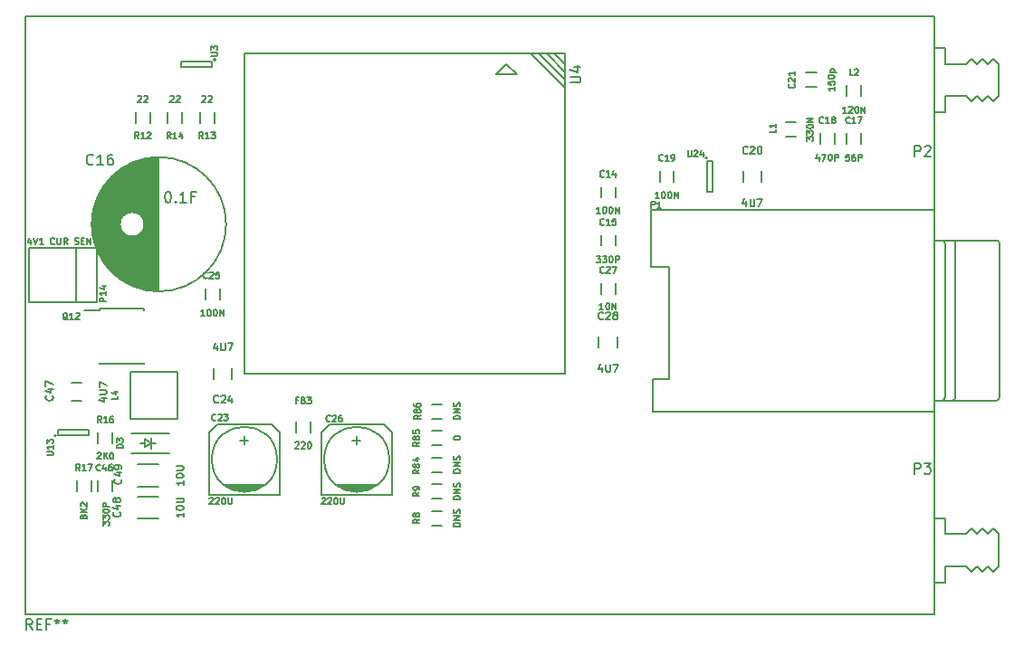
<source format=gto>
G04 #@! TF.FileFunction,Legend,Top*
%FSLAX46Y46*%
G04 Gerber Fmt 4.6, Leading zero omitted, Abs format (unit mm)*
G04 Created by KiCad (PCBNEW 4.0.0-rc1-stable) date 11/3/2015 9:26:12 AM*
%MOMM*%
G01*
G04 APERTURE LIST*
%ADD10C,0.100000*%
%ADD11C,0.150000*%
G04 APERTURE END LIST*
D10*
D11*
X114028571Y-103471429D02*
X114028571Y-103871429D01*
X113885714Y-103242857D02*
X113742857Y-103671429D01*
X114114285Y-103671429D01*
X114257143Y-103271429D02*
X114457143Y-103871429D01*
X114657143Y-103271429D01*
X115171429Y-103871429D02*
X114828572Y-103871429D01*
X115000000Y-103871429D02*
X115000000Y-103271429D01*
X114942857Y-103357143D01*
X114885715Y-103414286D01*
X114828572Y-103442857D01*
X116228572Y-103814286D02*
X116200001Y-103842857D01*
X116114287Y-103871429D01*
X116057144Y-103871429D01*
X115971429Y-103842857D01*
X115914287Y-103785714D01*
X115885715Y-103728571D01*
X115857144Y-103614286D01*
X115857144Y-103528571D01*
X115885715Y-103414286D01*
X115914287Y-103357143D01*
X115971429Y-103300000D01*
X116057144Y-103271429D01*
X116114287Y-103271429D01*
X116200001Y-103300000D01*
X116228572Y-103328571D01*
X116485715Y-103271429D02*
X116485715Y-103757143D01*
X116514287Y-103814286D01*
X116542858Y-103842857D01*
X116600001Y-103871429D01*
X116714287Y-103871429D01*
X116771429Y-103842857D01*
X116800001Y-103814286D01*
X116828572Y-103757143D01*
X116828572Y-103271429D01*
X117457143Y-103871429D02*
X117257143Y-103585714D01*
X117114286Y-103871429D02*
X117114286Y-103271429D01*
X117342858Y-103271429D01*
X117400000Y-103300000D01*
X117428572Y-103328571D01*
X117457143Y-103385714D01*
X117457143Y-103471429D01*
X117428572Y-103528571D01*
X117400000Y-103557143D01*
X117342858Y-103585714D01*
X117114286Y-103585714D01*
X118142858Y-103842857D02*
X118228572Y-103871429D01*
X118371429Y-103871429D01*
X118428572Y-103842857D01*
X118457143Y-103814286D01*
X118485715Y-103757143D01*
X118485715Y-103700000D01*
X118457143Y-103642857D01*
X118428572Y-103614286D01*
X118371429Y-103585714D01*
X118257143Y-103557143D01*
X118200001Y-103528571D01*
X118171429Y-103500000D01*
X118142858Y-103442857D01*
X118142858Y-103385714D01*
X118171429Y-103328571D01*
X118200001Y-103300000D01*
X118257143Y-103271429D01*
X118400001Y-103271429D01*
X118485715Y-103300000D01*
X118742858Y-103557143D02*
X118942858Y-103557143D01*
X119028572Y-103871429D02*
X118742858Y-103871429D01*
X118742858Y-103271429D01*
X119028572Y-103271429D01*
X119285715Y-103871429D02*
X119285715Y-103271429D01*
X119628572Y-103871429D01*
X119628572Y-103271429D01*
X158500000Y-87000000D02*
X157500000Y-88000000D01*
X157500000Y-88000000D02*
X159500000Y-88000000D01*
X158500000Y-87000000D02*
X159500000Y-88000000D01*
X163000000Y-86000000D02*
X164000000Y-87000000D01*
X164000000Y-87000000D02*
X164000000Y-87750000D01*
X164000000Y-87750000D02*
X162250000Y-86000000D01*
X162250000Y-86000000D02*
X161500000Y-86000000D01*
X161500000Y-86000000D02*
X164000000Y-88500000D01*
X164000000Y-88500000D02*
X164000000Y-89250000D01*
X164000000Y-89250000D02*
X160750000Y-86000000D01*
X134000000Y-86000000D02*
X134000000Y-116000000D01*
X134000000Y-116000000D02*
X164000000Y-116000000D01*
X164000000Y-116000000D02*
X164000000Y-86000000D01*
X164000000Y-86000000D02*
X134000000Y-86000000D01*
X172825000Y-98000000D02*
X172825000Y-97000000D01*
X174175000Y-97000000D02*
X174175000Y-98000000D01*
X186500000Y-87825000D02*
X187500000Y-87825000D01*
X187500000Y-89175000D02*
X186500000Y-89175000D01*
X151500000Y-118825000D02*
X152500000Y-118825000D01*
X152500000Y-120175000D02*
X151500000Y-120175000D01*
X151500000Y-121325000D02*
X152500000Y-121325000D01*
X152500000Y-122675000D02*
X151500000Y-122675000D01*
X151500000Y-123825000D02*
X152500000Y-123825000D01*
X152500000Y-125175000D02*
X151500000Y-125175000D01*
X119675000Y-126000000D02*
X119675000Y-127000000D01*
X118325000Y-127000000D02*
X118325000Y-126000000D01*
X120325000Y-122500000D02*
X120325000Y-121500000D01*
X121675000Y-121500000D02*
X121675000Y-122500000D01*
X128175000Y-91500000D02*
X128175000Y-92500000D01*
X126825000Y-92500000D02*
X126825000Y-91500000D01*
X131175000Y-91500000D02*
X131175000Y-92500000D01*
X129825000Y-92500000D02*
X129825000Y-91500000D01*
X125175000Y-91500000D02*
X125175000Y-92500000D01*
X123825000Y-92500000D02*
X123825000Y-91500000D01*
X152500000Y-127675000D02*
X151500000Y-127675000D01*
X151500000Y-126325000D02*
X152500000Y-126325000D01*
X152500000Y-130175000D02*
X151500000Y-130175000D01*
X151500000Y-128825000D02*
X152500000Y-128825000D01*
X190325000Y-90000000D02*
X190325000Y-89000000D01*
X191675000Y-89000000D02*
X191675000Y-90000000D01*
X185600000Y-93775000D02*
X184600000Y-93775000D01*
X184600000Y-92425000D02*
X185600000Y-92425000D01*
X138825000Y-121500000D02*
X138825000Y-120500000D01*
X140175000Y-120500000D02*
X140175000Y-121500000D01*
X124000000Y-126525000D02*
X126000000Y-126525000D01*
X126000000Y-124475000D02*
X124000000Y-124475000D01*
X124000000Y-129525000D02*
X126000000Y-129525000D01*
X126000000Y-127475000D02*
X124000000Y-127475000D01*
X121675000Y-126000000D02*
X121675000Y-127000000D01*
X120325000Y-127000000D02*
X120325000Y-126000000D01*
X118800000Y-116850000D02*
X117800000Y-116850000D01*
X117800000Y-118550000D02*
X118800000Y-118550000D01*
X168850000Y-113500000D02*
X168850000Y-112500000D01*
X167150000Y-112500000D02*
X167150000Y-113500000D01*
X168675000Y-107500000D02*
X168675000Y-108500000D01*
X167325000Y-108500000D02*
X167325000Y-107500000D01*
X131675000Y-108000000D02*
X131675000Y-109000000D01*
X130325000Y-109000000D02*
X130325000Y-108000000D01*
X132850000Y-116500000D02*
X132850000Y-115500000D01*
X131150000Y-115500000D02*
X131150000Y-116500000D01*
X187825000Y-94500000D02*
X187825000Y-93500000D01*
X189175000Y-93500000D02*
X189175000Y-94500000D01*
X190325000Y-94500000D02*
X190325000Y-93500000D01*
X191675000Y-93500000D02*
X191675000Y-94500000D01*
X168675000Y-103000000D02*
X168675000Y-104000000D01*
X167325000Y-104000000D02*
X167325000Y-103000000D01*
X167325000Y-99500000D02*
X167325000Y-98500000D01*
X168675000Y-98500000D02*
X168675000Y-99500000D01*
X120425000Y-109925000D02*
X120425000Y-110070000D01*
X124575000Y-109925000D02*
X124575000Y-110070000D01*
X124575000Y-115075000D02*
X124575000Y-114930000D01*
X120425000Y-115075000D02*
X120425000Y-114930000D01*
X120425000Y-109925000D02*
X124575000Y-109925000D01*
X120425000Y-115075000D02*
X124575000Y-115075000D01*
X120425000Y-110070000D02*
X119025000Y-110070000D01*
X116400000Y-121800000D02*
G75*
G03X116400000Y-121800000I-100000J0D01*
G01*
X116550000Y-121250000D02*
X116550000Y-121750000D01*
X119450000Y-121250000D02*
X116550000Y-121250000D01*
X119450000Y-121750000D02*
X119450000Y-121250000D01*
X116550000Y-121750000D02*
X119450000Y-121750000D01*
X131300000Y-86600000D02*
G75*
G03X131300000Y-86600000I-100000J0D01*
G01*
X130950000Y-87250000D02*
X130950000Y-86750000D01*
X128050000Y-87250000D02*
X130950000Y-87250000D01*
X128050000Y-86750000D02*
X128050000Y-87250000D01*
X130950000Y-86750000D02*
X128050000Y-86750000D01*
X118270000Y-109290000D02*
X118270000Y-104210000D01*
X113825000Y-109290000D02*
X113825000Y-104210000D01*
X120175000Y-104210000D02*
X120175000Y-109290000D01*
X120175000Y-104210000D02*
X113825000Y-104210000D01*
X120175000Y-109290000D02*
X113825000Y-109290000D01*
X198500000Y-129500000D02*
X199500000Y-129500000D01*
X199500000Y-129500000D02*
X199500000Y-131000000D01*
X199500000Y-131000000D02*
X201500000Y-131000000D01*
X201500000Y-131000000D02*
X202000000Y-130500000D01*
X202000000Y-130500000D02*
X202500000Y-131000000D01*
X202500000Y-131000000D02*
X203000000Y-130500000D01*
X203000000Y-130500000D02*
X203500000Y-131000000D01*
X203500000Y-131000000D02*
X204000000Y-130500000D01*
X204000000Y-130500000D02*
X204500000Y-131000000D01*
X204500000Y-131000000D02*
X204500000Y-134000000D01*
X204500000Y-134000000D02*
X204000000Y-134500000D01*
X204000000Y-134500000D02*
X203500000Y-134000000D01*
X203500000Y-134000000D02*
X203000000Y-134500000D01*
X203000000Y-134500000D02*
X202500000Y-134000000D01*
X202500000Y-134000000D02*
X202000000Y-134500000D01*
X202000000Y-134500000D02*
X201500000Y-134000000D01*
X201500000Y-134000000D02*
X199500000Y-134000000D01*
X199500000Y-134000000D02*
X199500000Y-135500000D01*
X199500000Y-135500000D02*
X198500000Y-135500000D01*
X198500000Y-85500000D02*
X199500000Y-85500000D01*
X199500000Y-85500000D02*
X199500000Y-87000000D01*
X199500000Y-87000000D02*
X201500000Y-87000000D01*
X201500000Y-87000000D02*
X202000000Y-86500000D01*
X202000000Y-86500000D02*
X202500000Y-87000000D01*
X202500000Y-87000000D02*
X203000000Y-86500000D01*
X203000000Y-86500000D02*
X203500000Y-87000000D01*
X203500000Y-87000000D02*
X204000000Y-86500000D01*
X204000000Y-86500000D02*
X204500000Y-87000000D01*
X204500000Y-87000000D02*
X204500000Y-90000000D01*
X204500000Y-90000000D02*
X204000000Y-90500000D01*
X204000000Y-90500000D02*
X203500000Y-90000000D01*
X203500000Y-90000000D02*
X203000000Y-90500000D01*
X203000000Y-90500000D02*
X202500000Y-90000000D01*
X202500000Y-90000000D02*
X202000000Y-90500000D01*
X202000000Y-90500000D02*
X201500000Y-90000000D01*
X201500000Y-90000000D02*
X199500000Y-90000000D01*
X199500000Y-90000000D02*
X199500000Y-91500000D01*
X199500000Y-91500000D02*
X198500000Y-91500000D01*
X199500000Y-103800000D02*
G75*
G03X199200000Y-103500000I-300000J0D01*
G01*
X200500000Y-103800000D02*
G75*
G03X200200000Y-103500000I-300000J0D01*
G01*
X199200000Y-118500000D02*
G75*
G03X199500000Y-118200000I0J300000D01*
G01*
X200200000Y-118500000D02*
G75*
G03X200500000Y-118200000I0J300000D01*
G01*
X200500000Y-103800000D02*
X200500000Y-118200000D01*
X199500000Y-118200000D02*
X199500000Y-103800000D01*
X204300000Y-103500000D02*
X198500000Y-103500000D01*
X204600000Y-103800000D02*
G75*
G03X204300000Y-103500000I-300000J0D01*
G01*
X204600000Y-118200000D02*
X204600000Y-103800000D01*
X204300000Y-118500000D02*
X198500000Y-118500000D01*
X204300000Y-118500000D02*
G75*
G03X204600000Y-118200000I0J300000D01*
G01*
X198500000Y-100700000D02*
X198500000Y-119500000D01*
X172200000Y-117300000D02*
X172200000Y-116500000D01*
X172200000Y-116500000D02*
X173700000Y-116500000D01*
X173700000Y-116500000D02*
X173700000Y-106000000D01*
X173700000Y-106000000D02*
X172000000Y-106000000D01*
X172200000Y-119500000D02*
X172200000Y-117300000D01*
X172200000Y-119500000D02*
X198500000Y-119500000D01*
X172000000Y-100700000D02*
X198500000Y-100700000D01*
X172000000Y-106000000D02*
X172000000Y-100700000D01*
X127700000Y-115800000D02*
X127700000Y-120200000D01*
X127700000Y-120200000D02*
X123300000Y-120200000D01*
X123300000Y-120200000D02*
X123300000Y-115800000D01*
X123300000Y-115800000D02*
X127700000Y-115800000D01*
X124682500Y-122500000D02*
X124301500Y-122500000D01*
X125698500Y-122500000D02*
X125317500Y-122500000D01*
X125317500Y-122500000D02*
X124682500Y-122881000D01*
X124682500Y-122881000D02*
X124682500Y-122119000D01*
X124682500Y-122119000D02*
X125317500Y-122500000D01*
X125317500Y-123008000D02*
X125317500Y-121992000D01*
X127000000Y-121600000D02*
X123460000Y-121600000D01*
X127000000Y-123400000D02*
X123460000Y-123400000D01*
X143738000Y-126921000D02*
X145262000Y-126921000D01*
X145643000Y-126794000D02*
X143357000Y-126794000D01*
X143103000Y-126667000D02*
X145897000Y-126667000D01*
X146151000Y-126540000D02*
X142849000Y-126540000D01*
X142722000Y-126413000D02*
X146278000Y-126413000D01*
X141198000Y-127302000D02*
X147802000Y-127302000D01*
X147802000Y-127302000D02*
X147802000Y-121460000D01*
X147802000Y-121460000D02*
X147040000Y-120698000D01*
X147040000Y-120698000D02*
X141960000Y-120698000D01*
X141960000Y-120698000D02*
X141198000Y-121460000D01*
X141198000Y-121460000D02*
X141198000Y-127302000D01*
X144500000Y-121841000D02*
X144500000Y-122603000D01*
X144119000Y-122222000D02*
X144881000Y-122222000D01*
X147548000Y-124000000D02*
G75*
G03X147548000Y-124000000I-3048000J0D01*
G01*
X133238000Y-126921000D02*
X134762000Y-126921000D01*
X135143000Y-126794000D02*
X132857000Y-126794000D01*
X132603000Y-126667000D02*
X135397000Y-126667000D01*
X135651000Y-126540000D02*
X132349000Y-126540000D01*
X132222000Y-126413000D02*
X135778000Y-126413000D01*
X130698000Y-127302000D02*
X137302000Y-127302000D01*
X137302000Y-127302000D02*
X137302000Y-121460000D01*
X137302000Y-121460000D02*
X136540000Y-120698000D01*
X136540000Y-120698000D02*
X131460000Y-120698000D01*
X131460000Y-120698000D02*
X130698000Y-121460000D01*
X130698000Y-121460000D02*
X130698000Y-127302000D01*
X134000000Y-121841000D02*
X134000000Y-122603000D01*
X133619000Y-122222000D02*
X134381000Y-122222000D01*
X137048000Y-124000000D02*
G75*
G03X137048000Y-124000000I-3048000J0D01*
G01*
X125925000Y-108250000D02*
X125925000Y-95750000D01*
X125785000Y-108246000D02*
X125785000Y-95754000D01*
X125645000Y-108240000D02*
X125645000Y-95760000D01*
X125505000Y-108230000D02*
X125505000Y-95770000D01*
X125365000Y-108218000D02*
X125365000Y-95782000D01*
X125225000Y-108202000D02*
X125225000Y-95798000D01*
X125085000Y-108183000D02*
X125085000Y-95817000D01*
X124945000Y-108160000D02*
X124945000Y-95840000D01*
X124805000Y-108135000D02*
X124805000Y-95865000D01*
X124665000Y-108106000D02*
X124665000Y-95894000D01*
X124525000Y-108073000D02*
X124525000Y-102521000D01*
X124525000Y-101479000D02*
X124525000Y-95927000D01*
X124385000Y-108038000D02*
X124385000Y-102734000D01*
X124385000Y-101266000D02*
X124385000Y-95962000D01*
X124245000Y-107999000D02*
X124245000Y-102876000D01*
X124245000Y-101124000D02*
X124245000Y-96001000D01*
X124105000Y-107956000D02*
X124105000Y-102978000D01*
X124105000Y-101022000D02*
X124105000Y-96044000D01*
X123965000Y-107909000D02*
X123965000Y-103052000D01*
X123965000Y-100948000D02*
X123965000Y-96091000D01*
X123825000Y-107859000D02*
X123825000Y-103103000D01*
X123825000Y-100897000D02*
X123825000Y-96141000D01*
X123685000Y-107805000D02*
X123685000Y-103135000D01*
X123685000Y-100865000D02*
X123685000Y-96195000D01*
X123545000Y-107748000D02*
X123545000Y-103149000D01*
X123545000Y-100851000D02*
X123545000Y-96252000D01*
X123405000Y-107686000D02*
X123405000Y-103146000D01*
X123405000Y-100854000D02*
X123405000Y-96314000D01*
X123265000Y-107620000D02*
X123265000Y-103126000D01*
X123265000Y-100874000D02*
X123265000Y-96380000D01*
X123125000Y-107549000D02*
X123125000Y-103087000D01*
X123125000Y-100913000D02*
X123125000Y-96451000D01*
X122985000Y-107475000D02*
X122985000Y-103028000D01*
X122985000Y-100972000D02*
X122985000Y-96525000D01*
X122845000Y-107395000D02*
X122845000Y-102945000D01*
X122845000Y-101055000D02*
X122845000Y-96605000D01*
X122705000Y-107311000D02*
X122705000Y-102831000D01*
X122705000Y-101169000D02*
X122705000Y-96689000D01*
X122565000Y-107221000D02*
X122565000Y-102670000D01*
X122565000Y-101330000D02*
X122565000Y-96779000D01*
X122425000Y-107127000D02*
X122425000Y-102409000D01*
X122425000Y-101591000D02*
X122425000Y-96873000D01*
X122285000Y-107026000D02*
X122285000Y-96974000D01*
X122145000Y-106919000D02*
X122145000Y-97081000D01*
X122005000Y-106807000D02*
X122005000Y-97193000D01*
X121865000Y-106687000D02*
X121865000Y-97313000D01*
X121725000Y-106559000D02*
X121725000Y-97441000D01*
X121585000Y-106424000D02*
X121585000Y-97576000D01*
X121445000Y-106280000D02*
X121445000Y-97720000D01*
X121305000Y-106125000D02*
X121305000Y-97875000D01*
X121165000Y-105960000D02*
X121165000Y-98040000D01*
X121025000Y-105783000D02*
X121025000Y-98217000D01*
X120885000Y-105592000D02*
X120885000Y-98408000D01*
X120745000Y-105383000D02*
X120745000Y-98617000D01*
X120605000Y-105155000D02*
X120605000Y-98845000D01*
X120465000Y-104903000D02*
X120465000Y-99097000D01*
X120325000Y-104619000D02*
X120325000Y-99381000D01*
X120185000Y-104291000D02*
X120185000Y-99709000D01*
X120045000Y-103897000D02*
X120045000Y-100103000D01*
X119905000Y-103383000D02*
X119905000Y-100617000D01*
X119765000Y-102433000D02*
X119765000Y-101567000D01*
X124650000Y-102000000D02*
G75*
G03X124650000Y-102000000I-1150000J0D01*
G01*
X132287500Y-102000000D02*
G75*
G03X132287500Y-102000000I-6287500J0D01*
G01*
X182350000Y-98000000D02*
X182350000Y-97000000D01*
X180650000Y-97000000D02*
X180650000Y-98000000D01*
X177300000Y-95800000D02*
G75*
G03X177300000Y-95800000I-100000J0D01*
G01*
X177750000Y-96050000D02*
X177250000Y-96050000D01*
X177750000Y-98950000D02*
X177750000Y-96050000D01*
X177250000Y-98950000D02*
X177750000Y-98950000D01*
X177250000Y-96050000D02*
X177250000Y-98950000D01*
X113500000Y-138500000D02*
X198500000Y-138500000D01*
X198500000Y-138500000D02*
X198500000Y-82500000D01*
X198500000Y-82500000D02*
X113500000Y-82500000D01*
X113500000Y-82500000D02*
X113500000Y-138500000D01*
X164452381Y-88761905D02*
X165261905Y-88761905D01*
X165357143Y-88714286D01*
X165404762Y-88666667D01*
X165452381Y-88571429D01*
X165452381Y-88380952D01*
X165404762Y-88285714D01*
X165357143Y-88238095D01*
X165261905Y-88190476D01*
X164452381Y-88190476D01*
X164785714Y-87285714D02*
X165452381Y-87285714D01*
X164404762Y-87523810D02*
X165119048Y-87761905D01*
X165119048Y-87142857D01*
X173114285Y-96014286D02*
X173085714Y-96042857D01*
X173000000Y-96071429D01*
X172942857Y-96071429D01*
X172857142Y-96042857D01*
X172800000Y-95985714D01*
X172771428Y-95928571D01*
X172742857Y-95814286D01*
X172742857Y-95728571D01*
X172771428Y-95614286D01*
X172800000Y-95557143D01*
X172857142Y-95500000D01*
X172942857Y-95471429D01*
X173000000Y-95471429D01*
X173085714Y-95500000D01*
X173114285Y-95528571D01*
X173685714Y-96071429D02*
X173342857Y-96071429D01*
X173514285Y-96071429D02*
X173514285Y-95471429D01*
X173457142Y-95557143D01*
X173400000Y-95614286D01*
X173342857Y-95642857D01*
X173971429Y-96071429D02*
X174085714Y-96071429D01*
X174142857Y-96042857D01*
X174171429Y-96014286D01*
X174228571Y-95928571D01*
X174257143Y-95814286D01*
X174257143Y-95585714D01*
X174228571Y-95528571D01*
X174200000Y-95500000D01*
X174142857Y-95471429D01*
X174028571Y-95471429D01*
X173971429Y-95500000D01*
X173942857Y-95528571D01*
X173914286Y-95585714D01*
X173914286Y-95728571D01*
X173942857Y-95785714D01*
X173971429Y-95814286D01*
X174028571Y-95842857D01*
X174142857Y-95842857D01*
X174200000Y-95814286D01*
X174228571Y-95785714D01*
X174257143Y-95728571D01*
X172785714Y-99571429D02*
X172442857Y-99571429D01*
X172614285Y-99571429D02*
X172614285Y-98971429D01*
X172557142Y-99057143D01*
X172500000Y-99114286D01*
X172442857Y-99142857D01*
X173157143Y-98971429D02*
X173214286Y-98971429D01*
X173271429Y-99000000D01*
X173300000Y-99028571D01*
X173328571Y-99085714D01*
X173357143Y-99200000D01*
X173357143Y-99342857D01*
X173328571Y-99457143D01*
X173300000Y-99514286D01*
X173271429Y-99542857D01*
X173214286Y-99571429D01*
X173157143Y-99571429D01*
X173100000Y-99542857D01*
X173071429Y-99514286D01*
X173042857Y-99457143D01*
X173014286Y-99342857D01*
X173014286Y-99200000D01*
X173042857Y-99085714D01*
X173071429Y-99028571D01*
X173100000Y-99000000D01*
X173157143Y-98971429D01*
X173728572Y-98971429D02*
X173785715Y-98971429D01*
X173842858Y-99000000D01*
X173871429Y-99028571D01*
X173900000Y-99085714D01*
X173928572Y-99200000D01*
X173928572Y-99342857D01*
X173900000Y-99457143D01*
X173871429Y-99514286D01*
X173842858Y-99542857D01*
X173785715Y-99571429D01*
X173728572Y-99571429D01*
X173671429Y-99542857D01*
X173642858Y-99514286D01*
X173614286Y-99457143D01*
X173585715Y-99342857D01*
X173585715Y-99200000D01*
X173614286Y-99085714D01*
X173642858Y-99028571D01*
X173671429Y-99000000D01*
X173728572Y-98971429D01*
X174185715Y-99571429D02*
X174185715Y-98971429D01*
X174528572Y-99571429D01*
X174528572Y-98971429D01*
X185414286Y-88885715D02*
X185442857Y-88914286D01*
X185471429Y-89000000D01*
X185471429Y-89057143D01*
X185442857Y-89142858D01*
X185385714Y-89200000D01*
X185328571Y-89228572D01*
X185214286Y-89257143D01*
X185128571Y-89257143D01*
X185014286Y-89228572D01*
X184957143Y-89200000D01*
X184900000Y-89142858D01*
X184871429Y-89057143D01*
X184871429Y-89000000D01*
X184900000Y-88914286D01*
X184928571Y-88885715D01*
X184928571Y-88657143D02*
X184900000Y-88628572D01*
X184871429Y-88571429D01*
X184871429Y-88428572D01*
X184900000Y-88371429D01*
X184928571Y-88342858D01*
X184985714Y-88314286D01*
X185042857Y-88314286D01*
X185128571Y-88342858D01*
X185471429Y-88685715D01*
X185471429Y-88314286D01*
X185471429Y-87742857D02*
X185471429Y-88085714D01*
X185471429Y-87914286D02*
X184871429Y-87914286D01*
X184957143Y-87971429D01*
X185014286Y-88028571D01*
X185042857Y-88085714D01*
X189171429Y-89171429D02*
X189171429Y-89514286D01*
X189171429Y-89342858D02*
X188571429Y-89342858D01*
X188657143Y-89400001D01*
X188714286Y-89457143D01*
X188742857Y-89514286D01*
X188571429Y-88628572D02*
X188571429Y-88914286D01*
X188857143Y-88942857D01*
X188828571Y-88914286D01*
X188800000Y-88857143D01*
X188800000Y-88714286D01*
X188828571Y-88657143D01*
X188857143Y-88628572D01*
X188914286Y-88600000D01*
X189057143Y-88600000D01*
X189114286Y-88628572D01*
X189142857Y-88657143D01*
X189171429Y-88714286D01*
X189171429Y-88857143D01*
X189142857Y-88914286D01*
X189114286Y-88942857D01*
X188571429Y-88228571D02*
X188571429Y-88171428D01*
X188600000Y-88114285D01*
X188628571Y-88085714D01*
X188685714Y-88057143D01*
X188800000Y-88028571D01*
X188942857Y-88028571D01*
X189057143Y-88057143D01*
X189114286Y-88085714D01*
X189142857Y-88114285D01*
X189171429Y-88171428D01*
X189171429Y-88228571D01*
X189142857Y-88285714D01*
X189114286Y-88314285D01*
X189057143Y-88342857D01*
X188942857Y-88371428D01*
X188800000Y-88371428D01*
X188685714Y-88342857D01*
X188628571Y-88314285D01*
X188600000Y-88285714D01*
X188571429Y-88228571D01*
X188771429Y-87771428D02*
X189371429Y-87771428D01*
X188800000Y-87771428D02*
X188771429Y-87714285D01*
X188771429Y-87599999D01*
X188800000Y-87542856D01*
X188828571Y-87514285D01*
X188885714Y-87485714D01*
X189057143Y-87485714D01*
X189114286Y-87514285D01*
X189142857Y-87542856D01*
X189171429Y-87599999D01*
X189171429Y-87714285D01*
X189142857Y-87771428D01*
X150471429Y-119885715D02*
X150185714Y-120085715D01*
X150471429Y-120228572D02*
X149871429Y-120228572D01*
X149871429Y-120000000D01*
X149900000Y-119942858D01*
X149928571Y-119914286D01*
X149985714Y-119885715D01*
X150071429Y-119885715D01*
X150128571Y-119914286D01*
X150157143Y-119942858D01*
X150185714Y-120000000D01*
X150185714Y-120228572D01*
X150128571Y-119542858D02*
X150100000Y-119600000D01*
X150071429Y-119628572D01*
X150014286Y-119657143D01*
X149985714Y-119657143D01*
X149928571Y-119628572D01*
X149900000Y-119600000D01*
X149871429Y-119542858D01*
X149871429Y-119428572D01*
X149900000Y-119371429D01*
X149928571Y-119342858D01*
X149985714Y-119314286D01*
X150014286Y-119314286D01*
X150071429Y-119342858D01*
X150100000Y-119371429D01*
X150128571Y-119428572D01*
X150128571Y-119542858D01*
X150157143Y-119600000D01*
X150185714Y-119628572D01*
X150242857Y-119657143D01*
X150357143Y-119657143D01*
X150414286Y-119628572D01*
X150442857Y-119600000D01*
X150471429Y-119542858D01*
X150471429Y-119428572D01*
X150442857Y-119371429D01*
X150414286Y-119342858D01*
X150357143Y-119314286D01*
X150242857Y-119314286D01*
X150185714Y-119342858D01*
X150157143Y-119371429D01*
X150128571Y-119428572D01*
X149871429Y-118800000D02*
X149871429Y-118914286D01*
X149900000Y-118971429D01*
X149928571Y-119000000D01*
X150014286Y-119057143D01*
X150128571Y-119085714D01*
X150357143Y-119085714D01*
X150414286Y-119057143D01*
X150442857Y-119028571D01*
X150471429Y-118971429D01*
X150471429Y-118857143D01*
X150442857Y-118800000D01*
X150414286Y-118771429D01*
X150357143Y-118742857D01*
X150214286Y-118742857D01*
X150157143Y-118771429D01*
X150128571Y-118800000D01*
X150100000Y-118857143D01*
X150100000Y-118971429D01*
X150128571Y-119028571D01*
X150157143Y-119057143D01*
X150214286Y-119085714D01*
X154171429Y-120257143D02*
X153571429Y-120257143D01*
X153571429Y-120114286D01*
X153600000Y-120028571D01*
X153657143Y-119971429D01*
X153714286Y-119942857D01*
X153828571Y-119914286D01*
X153914286Y-119914286D01*
X154028571Y-119942857D01*
X154085714Y-119971429D01*
X154142857Y-120028571D01*
X154171429Y-120114286D01*
X154171429Y-120257143D01*
X154171429Y-119657143D02*
X153571429Y-119657143D01*
X154171429Y-119314286D01*
X153571429Y-119314286D01*
X154142857Y-119057143D02*
X154171429Y-118971429D01*
X154171429Y-118828572D01*
X154142857Y-118771429D01*
X154114286Y-118742858D01*
X154057143Y-118714286D01*
X154000000Y-118714286D01*
X153942857Y-118742858D01*
X153914286Y-118771429D01*
X153885714Y-118828572D01*
X153857143Y-118942858D01*
X153828571Y-119000000D01*
X153800000Y-119028572D01*
X153742857Y-119057143D01*
X153685714Y-119057143D01*
X153628571Y-119028572D01*
X153600000Y-119000000D01*
X153571429Y-118942858D01*
X153571429Y-118800000D01*
X153600000Y-118714286D01*
X150371429Y-122385715D02*
X150085714Y-122585715D01*
X150371429Y-122728572D02*
X149771429Y-122728572D01*
X149771429Y-122500000D01*
X149800000Y-122442858D01*
X149828571Y-122414286D01*
X149885714Y-122385715D01*
X149971429Y-122385715D01*
X150028571Y-122414286D01*
X150057143Y-122442858D01*
X150085714Y-122500000D01*
X150085714Y-122728572D01*
X150028571Y-122042858D02*
X150000000Y-122100000D01*
X149971429Y-122128572D01*
X149914286Y-122157143D01*
X149885714Y-122157143D01*
X149828571Y-122128572D01*
X149800000Y-122100000D01*
X149771429Y-122042858D01*
X149771429Y-121928572D01*
X149800000Y-121871429D01*
X149828571Y-121842858D01*
X149885714Y-121814286D01*
X149914286Y-121814286D01*
X149971429Y-121842858D01*
X150000000Y-121871429D01*
X150028571Y-121928572D01*
X150028571Y-122042858D01*
X150057143Y-122100000D01*
X150085714Y-122128572D01*
X150142857Y-122157143D01*
X150257143Y-122157143D01*
X150314286Y-122128572D01*
X150342857Y-122100000D01*
X150371429Y-122042858D01*
X150371429Y-121928572D01*
X150342857Y-121871429D01*
X150314286Y-121842858D01*
X150257143Y-121814286D01*
X150142857Y-121814286D01*
X150085714Y-121842858D01*
X150057143Y-121871429D01*
X150028571Y-121928572D01*
X149771429Y-121271429D02*
X149771429Y-121557143D01*
X150057143Y-121585714D01*
X150028571Y-121557143D01*
X150000000Y-121500000D01*
X150000000Y-121357143D01*
X150028571Y-121300000D01*
X150057143Y-121271429D01*
X150114286Y-121242857D01*
X150257143Y-121242857D01*
X150314286Y-121271429D01*
X150342857Y-121300000D01*
X150371429Y-121357143D01*
X150371429Y-121500000D01*
X150342857Y-121557143D01*
X150314286Y-121585714D01*
X153571429Y-122028571D02*
X153571429Y-121971428D01*
X153600000Y-121914285D01*
X153628571Y-121885714D01*
X153685714Y-121857143D01*
X153800000Y-121828571D01*
X153942857Y-121828571D01*
X154057143Y-121857143D01*
X154114286Y-121885714D01*
X154142857Y-121914285D01*
X154171429Y-121971428D01*
X154171429Y-122028571D01*
X154142857Y-122085714D01*
X154114286Y-122114285D01*
X154057143Y-122142857D01*
X153942857Y-122171428D01*
X153800000Y-122171428D01*
X153685714Y-122142857D01*
X153628571Y-122114285D01*
X153600000Y-122085714D01*
X153571429Y-122028571D01*
X150371429Y-124985715D02*
X150085714Y-125185715D01*
X150371429Y-125328572D02*
X149771429Y-125328572D01*
X149771429Y-125100000D01*
X149800000Y-125042858D01*
X149828571Y-125014286D01*
X149885714Y-124985715D01*
X149971429Y-124985715D01*
X150028571Y-125014286D01*
X150057143Y-125042858D01*
X150085714Y-125100000D01*
X150085714Y-125328572D01*
X150028571Y-124642858D02*
X150000000Y-124700000D01*
X149971429Y-124728572D01*
X149914286Y-124757143D01*
X149885714Y-124757143D01*
X149828571Y-124728572D01*
X149800000Y-124700000D01*
X149771429Y-124642858D01*
X149771429Y-124528572D01*
X149800000Y-124471429D01*
X149828571Y-124442858D01*
X149885714Y-124414286D01*
X149914286Y-124414286D01*
X149971429Y-124442858D01*
X150000000Y-124471429D01*
X150028571Y-124528572D01*
X150028571Y-124642858D01*
X150057143Y-124700000D01*
X150085714Y-124728572D01*
X150142857Y-124757143D01*
X150257143Y-124757143D01*
X150314286Y-124728572D01*
X150342857Y-124700000D01*
X150371429Y-124642858D01*
X150371429Y-124528572D01*
X150342857Y-124471429D01*
X150314286Y-124442858D01*
X150257143Y-124414286D01*
X150142857Y-124414286D01*
X150085714Y-124442858D01*
X150057143Y-124471429D01*
X150028571Y-124528572D01*
X149971429Y-123900000D02*
X150371429Y-123900000D01*
X149742857Y-124042857D02*
X150171429Y-124185714D01*
X150171429Y-123814286D01*
X154171429Y-125257143D02*
X153571429Y-125257143D01*
X153571429Y-125114286D01*
X153600000Y-125028571D01*
X153657143Y-124971429D01*
X153714286Y-124942857D01*
X153828571Y-124914286D01*
X153914286Y-124914286D01*
X154028571Y-124942857D01*
X154085714Y-124971429D01*
X154142857Y-125028571D01*
X154171429Y-125114286D01*
X154171429Y-125257143D01*
X154171429Y-124657143D02*
X153571429Y-124657143D01*
X154171429Y-124314286D01*
X153571429Y-124314286D01*
X154142857Y-124057143D02*
X154171429Y-123971429D01*
X154171429Y-123828572D01*
X154142857Y-123771429D01*
X154114286Y-123742858D01*
X154057143Y-123714286D01*
X154000000Y-123714286D01*
X153942857Y-123742858D01*
X153914286Y-123771429D01*
X153885714Y-123828572D01*
X153857143Y-123942858D01*
X153828571Y-124000000D01*
X153800000Y-124028572D01*
X153742857Y-124057143D01*
X153685714Y-124057143D01*
X153628571Y-124028572D01*
X153600000Y-124000000D01*
X153571429Y-123942858D01*
X153571429Y-123800000D01*
X153600000Y-123714286D01*
X118614285Y-125071429D02*
X118414285Y-124785714D01*
X118271428Y-125071429D02*
X118271428Y-124471429D01*
X118500000Y-124471429D01*
X118557142Y-124500000D01*
X118585714Y-124528571D01*
X118614285Y-124585714D01*
X118614285Y-124671429D01*
X118585714Y-124728571D01*
X118557142Y-124757143D01*
X118500000Y-124785714D01*
X118271428Y-124785714D01*
X119185714Y-125071429D02*
X118842857Y-125071429D01*
X119014285Y-125071429D02*
X119014285Y-124471429D01*
X118957142Y-124557143D01*
X118900000Y-124614286D01*
X118842857Y-124642857D01*
X119385714Y-124471429D02*
X119785714Y-124471429D01*
X119528571Y-125071429D01*
X118928571Y-129442858D02*
X118900000Y-129500000D01*
X118871429Y-129528572D01*
X118814286Y-129557143D01*
X118785714Y-129557143D01*
X118728571Y-129528572D01*
X118700000Y-129500000D01*
X118671429Y-129442858D01*
X118671429Y-129328572D01*
X118700000Y-129271429D01*
X118728571Y-129242858D01*
X118785714Y-129214286D01*
X118814286Y-129214286D01*
X118871429Y-129242858D01*
X118900000Y-129271429D01*
X118928571Y-129328572D01*
X118928571Y-129442858D01*
X118957143Y-129500000D01*
X118985714Y-129528572D01*
X119042857Y-129557143D01*
X119157143Y-129557143D01*
X119214286Y-129528572D01*
X119242857Y-129500000D01*
X119271429Y-129442858D01*
X119271429Y-129328572D01*
X119242857Y-129271429D01*
X119214286Y-129242858D01*
X119157143Y-129214286D01*
X119042857Y-129214286D01*
X118985714Y-129242858D01*
X118957143Y-129271429D01*
X118928571Y-129328572D01*
X119271429Y-128957143D02*
X118671429Y-128957143D01*
X119271429Y-128614286D02*
X118928571Y-128871429D01*
X118671429Y-128614286D02*
X119014286Y-128957143D01*
X118728571Y-128385714D02*
X118700000Y-128357143D01*
X118671429Y-128300000D01*
X118671429Y-128157143D01*
X118700000Y-128100000D01*
X118728571Y-128071429D01*
X118785714Y-128042857D01*
X118842857Y-128042857D01*
X118928571Y-128071429D01*
X119271429Y-128414286D01*
X119271429Y-128042857D01*
X120614285Y-120571429D02*
X120414285Y-120285714D01*
X120271428Y-120571429D02*
X120271428Y-119971429D01*
X120500000Y-119971429D01*
X120557142Y-120000000D01*
X120585714Y-120028571D01*
X120614285Y-120085714D01*
X120614285Y-120171429D01*
X120585714Y-120228571D01*
X120557142Y-120257143D01*
X120500000Y-120285714D01*
X120271428Y-120285714D01*
X121185714Y-120571429D02*
X120842857Y-120571429D01*
X121014285Y-120571429D02*
X121014285Y-119971429D01*
X120957142Y-120057143D01*
X120900000Y-120114286D01*
X120842857Y-120142857D01*
X121700000Y-119971429D02*
X121585714Y-119971429D01*
X121528571Y-120000000D01*
X121500000Y-120028571D01*
X121442857Y-120114286D01*
X121414286Y-120228571D01*
X121414286Y-120457143D01*
X121442857Y-120514286D01*
X121471429Y-120542857D01*
X121528571Y-120571429D01*
X121642857Y-120571429D01*
X121700000Y-120542857D01*
X121728571Y-120514286D01*
X121757143Y-120457143D01*
X121757143Y-120314286D01*
X121728571Y-120257143D01*
X121700000Y-120228571D01*
X121642857Y-120200000D01*
X121528571Y-120200000D01*
X121471429Y-120228571D01*
X121442857Y-120257143D01*
X121414286Y-120314286D01*
X120242857Y-123428571D02*
X120271428Y-123400000D01*
X120328571Y-123371429D01*
X120471428Y-123371429D01*
X120528571Y-123400000D01*
X120557142Y-123428571D01*
X120585714Y-123485714D01*
X120585714Y-123542857D01*
X120557142Y-123628571D01*
X120214285Y-123971429D01*
X120585714Y-123971429D01*
X120842857Y-123971429D02*
X120842857Y-123371429D01*
X121185714Y-123971429D02*
X120928571Y-123628571D01*
X121185714Y-123371429D02*
X120842857Y-123714286D01*
X121557143Y-123371429D02*
X121614286Y-123371429D01*
X121671429Y-123400000D01*
X121700000Y-123428571D01*
X121728571Y-123485714D01*
X121757143Y-123600000D01*
X121757143Y-123742857D01*
X121728571Y-123857143D01*
X121700000Y-123914286D01*
X121671429Y-123942857D01*
X121614286Y-123971429D01*
X121557143Y-123971429D01*
X121500000Y-123942857D01*
X121471429Y-123914286D01*
X121442857Y-123857143D01*
X121414286Y-123742857D01*
X121414286Y-123600000D01*
X121442857Y-123485714D01*
X121471429Y-123428571D01*
X121500000Y-123400000D01*
X121557143Y-123371429D01*
X127114285Y-93971429D02*
X126914285Y-93685714D01*
X126771428Y-93971429D02*
X126771428Y-93371429D01*
X127000000Y-93371429D01*
X127057142Y-93400000D01*
X127085714Y-93428571D01*
X127114285Y-93485714D01*
X127114285Y-93571429D01*
X127085714Y-93628571D01*
X127057142Y-93657143D01*
X127000000Y-93685714D01*
X126771428Y-93685714D01*
X127685714Y-93971429D02*
X127342857Y-93971429D01*
X127514285Y-93971429D02*
X127514285Y-93371429D01*
X127457142Y-93457143D01*
X127400000Y-93514286D01*
X127342857Y-93542857D01*
X128200000Y-93571429D02*
X128200000Y-93971429D01*
X128057143Y-93342857D02*
X127914286Y-93771429D01*
X128285714Y-93771429D01*
X127042857Y-90028571D02*
X127071428Y-90000000D01*
X127128571Y-89971429D01*
X127271428Y-89971429D01*
X127328571Y-90000000D01*
X127357142Y-90028571D01*
X127385714Y-90085714D01*
X127385714Y-90142857D01*
X127357142Y-90228571D01*
X127014285Y-90571429D01*
X127385714Y-90571429D01*
X127614286Y-90028571D02*
X127642857Y-90000000D01*
X127700000Y-89971429D01*
X127842857Y-89971429D01*
X127900000Y-90000000D01*
X127928571Y-90028571D01*
X127957143Y-90085714D01*
X127957143Y-90142857D01*
X127928571Y-90228571D01*
X127585714Y-90571429D01*
X127957143Y-90571429D01*
X130114285Y-93971429D02*
X129914285Y-93685714D01*
X129771428Y-93971429D02*
X129771428Y-93371429D01*
X130000000Y-93371429D01*
X130057142Y-93400000D01*
X130085714Y-93428571D01*
X130114285Y-93485714D01*
X130114285Y-93571429D01*
X130085714Y-93628571D01*
X130057142Y-93657143D01*
X130000000Y-93685714D01*
X129771428Y-93685714D01*
X130685714Y-93971429D02*
X130342857Y-93971429D01*
X130514285Y-93971429D02*
X130514285Y-93371429D01*
X130457142Y-93457143D01*
X130400000Y-93514286D01*
X130342857Y-93542857D01*
X130885714Y-93371429D02*
X131257143Y-93371429D01*
X131057143Y-93600000D01*
X131142857Y-93600000D01*
X131200000Y-93628571D01*
X131228571Y-93657143D01*
X131257143Y-93714286D01*
X131257143Y-93857143D01*
X131228571Y-93914286D01*
X131200000Y-93942857D01*
X131142857Y-93971429D01*
X130971429Y-93971429D01*
X130914286Y-93942857D01*
X130885714Y-93914286D01*
X130042857Y-90028571D02*
X130071428Y-90000000D01*
X130128571Y-89971429D01*
X130271428Y-89971429D01*
X130328571Y-90000000D01*
X130357142Y-90028571D01*
X130385714Y-90085714D01*
X130385714Y-90142857D01*
X130357142Y-90228571D01*
X130014285Y-90571429D01*
X130385714Y-90571429D01*
X130614286Y-90028571D02*
X130642857Y-90000000D01*
X130700000Y-89971429D01*
X130842857Y-89971429D01*
X130900000Y-90000000D01*
X130928571Y-90028571D01*
X130957143Y-90085714D01*
X130957143Y-90142857D01*
X130928571Y-90228571D01*
X130585714Y-90571429D01*
X130957143Y-90571429D01*
X124114285Y-93971429D02*
X123914285Y-93685714D01*
X123771428Y-93971429D02*
X123771428Y-93371429D01*
X124000000Y-93371429D01*
X124057142Y-93400000D01*
X124085714Y-93428571D01*
X124114285Y-93485714D01*
X124114285Y-93571429D01*
X124085714Y-93628571D01*
X124057142Y-93657143D01*
X124000000Y-93685714D01*
X123771428Y-93685714D01*
X124685714Y-93971429D02*
X124342857Y-93971429D01*
X124514285Y-93971429D02*
X124514285Y-93371429D01*
X124457142Y-93457143D01*
X124400000Y-93514286D01*
X124342857Y-93542857D01*
X124914286Y-93428571D02*
X124942857Y-93400000D01*
X125000000Y-93371429D01*
X125142857Y-93371429D01*
X125200000Y-93400000D01*
X125228571Y-93428571D01*
X125257143Y-93485714D01*
X125257143Y-93542857D01*
X125228571Y-93628571D01*
X124885714Y-93971429D01*
X125257143Y-93971429D01*
X124042857Y-90028571D02*
X124071428Y-90000000D01*
X124128571Y-89971429D01*
X124271428Y-89971429D01*
X124328571Y-90000000D01*
X124357142Y-90028571D01*
X124385714Y-90085714D01*
X124385714Y-90142857D01*
X124357142Y-90228571D01*
X124014285Y-90571429D01*
X124385714Y-90571429D01*
X124614286Y-90028571D02*
X124642857Y-90000000D01*
X124700000Y-89971429D01*
X124842857Y-89971429D01*
X124900000Y-90000000D01*
X124928571Y-90028571D01*
X124957143Y-90085714D01*
X124957143Y-90142857D01*
X124928571Y-90228571D01*
X124585714Y-90571429D01*
X124957143Y-90571429D01*
X150371429Y-127100000D02*
X150085714Y-127300000D01*
X150371429Y-127442857D02*
X149771429Y-127442857D01*
X149771429Y-127214285D01*
X149800000Y-127157143D01*
X149828571Y-127128571D01*
X149885714Y-127100000D01*
X149971429Y-127100000D01*
X150028571Y-127128571D01*
X150057143Y-127157143D01*
X150085714Y-127214285D01*
X150085714Y-127442857D01*
X150371429Y-126814285D02*
X150371429Y-126700000D01*
X150342857Y-126642857D01*
X150314286Y-126614285D01*
X150228571Y-126557143D01*
X150114286Y-126528571D01*
X149885714Y-126528571D01*
X149828571Y-126557143D01*
X149800000Y-126585714D01*
X149771429Y-126642857D01*
X149771429Y-126757143D01*
X149800000Y-126814285D01*
X149828571Y-126842857D01*
X149885714Y-126871428D01*
X150028571Y-126871428D01*
X150085714Y-126842857D01*
X150114286Y-126814285D01*
X150142857Y-126757143D01*
X150142857Y-126642857D01*
X150114286Y-126585714D01*
X150085714Y-126557143D01*
X150028571Y-126528571D01*
X154171429Y-127757143D02*
X153571429Y-127757143D01*
X153571429Y-127614286D01*
X153600000Y-127528571D01*
X153657143Y-127471429D01*
X153714286Y-127442857D01*
X153828571Y-127414286D01*
X153914286Y-127414286D01*
X154028571Y-127442857D01*
X154085714Y-127471429D01*
X154142857Y-127528571D01*
X154171429Y-127614286D01*
X154171429Y-127757143D01*
X154171429Y-127157143D02*
X153571429Y-127157143D01*
X154171429Y-126814286D01*
X153571429Y-126814286D01*
X154142857Y-126557143D02*
X154171429Y-126471429D01*
X154171429Y-126328572D01*
X154142857Y-126271429D01*
X154114286Y-126242858D01*
X154057143Y-126214286D01*
X154000000Y-126214286D01*
X153942857Y-126242858D01*
X153914286Y-126271429D01*
X153885714Y-126328572D01*
X153857143Y-126442858D01*
X153828571Y-126500000D01*
X153800000Y-126528572D01*
X153742857Y-126557143D01*
X153685714Y-126557143D01*
X153628571Y-126528572D01*
X153600000Y-126500000D01*
X153571429Y-126442858D01*
X153571429Y-126300000D01*
X153600000Y-126214286D01*
X150371429Y-129600000D02*
X150085714Y-129800000D01*
X150371429Y-129942857D02*
X149771429Y-129942857D01*
X149771429Y-129714285D01*
X149800000Y-129657143D01*
X149828571Y-129628571D01*
X149885714Y-129600000D01*
X149971429Y-129600000D01*
X150028571Y-129628571D01*
X150057143Y-129657143D01*
X150085714Y-129714285D01*
X150085714Y-129942857D01*
X150028571Y-129257143D02*
X150000000Y-129314285D01*
X149971429Y-129342857D01*
X149914286Y-129371428D01*
X149885714Y-129371428D01*
X149828571Y-129342857D01*
X149800000Y-129314285D01*
X149771429Y-129257143D01*
X149771429Y-129142857D01*
X149800000Y-129085714D01*
X149828571Y-129057143D01*
X149885714Y-129028571D01*
X149914286Y-129028571D01*
X149971429Y-129057143D01*
X150000000Y-129085714D01*
X150028571Y-129142857D01*
X150028571Y-129257143D01*
X150057143Y-129314285D01*
X150085714Y-129342857D01*
X150142857Y-129371428D01*
X150257143Y-129371428D01*
X150314286Y-129342857D01*
X150342857Y-129314285D01*
X150371429Y-129257143D01*
X150371429Y-129142857D01*
X150342857Y-129085714D01*
X150314286Y-129057143D01*
X150257143Y-129028571D01*
X150142857Y-129028571D01*
X150085714Y-129057143D01*
X150057143Y-129085714D01*
X150028571Y-129142857D01*
X154171429Y-130257143D02*
X153571429Y-130257143D01*
X153571429Y-130114286D01*
X153600000Y-130028571D01*
X153657143Y-129971429D01*
X153714286Y-129942857D01*
X153828571Y-129914286D01*
X153914286Y-129914286D01*
X154028571Y-129942857D01*
X154085714Y-129971429D01*
X154142857Y-130028571D01*
X154171429Y-130114286D01*
X154171429Y-130257143D01*
X154171429Y-129657143D02*
X153571429Y-129657143D01*
X154171429Y-129314286D01*
X153571429Y-129314286D01*
X154142857Y-129057143D02*
X154171429Y-128971429D01*
X154171429Y-128828572D01*
X154142857Y-128771429D01*
X154114286Y-128742858D01*
X154057143Y-128714286D01*
X154000000Y-128714286D01*
X153942857Y-128742858D01*
X153914286Y-128771429D01*
X153885714Y-128828572D01*
X153857143Y-128942858D01*
X153828571Y-129000000D01*
X153800000Y-129028572D01*
X153742857Y-129057143D01*
X153685714Y-129057143D01*
X153628571Y-129028572D01*
X153600000Y-129000000D01*
X153571429Y-128942858D01*
X153571429Y-128800000D01*
X153600000Y-128714286D01*
X190900000Y-88071429D02*
X190614286Y-88071429D01*
X190614286Y-87471429D01*
X191071429Y-87528571D02*
X191100000Y-87500000D01*
X191157143Y-87471429D01*
X191300000Y-87471429D01*
X191357143Y-87500000D01*
X191385714Y-87528571D01*
X191414286Y-87585714D01*
X191414286Y-87642857D01*
X191385714Y-87728571D01*
X191042857Y-88071429D01*
X191414286Y-88071429D01*
X190285714Y-91571429D02*
X189942857Y-91571429D01*
X190114285Y-91571429D02*
X190114285Y-90971429D01*
X190057142Y-91057143D01*
X190000000Y-91114286D01*
X189942857Y-91142857D01*
X190514286Y-91028571D02*
X190542857Y-91000000D01*
X190600000Y-90971429D01*
X190742857Y-90971429D01*
X190800000Y-91000000D01*
X190828571Y-91028571D01*
X190857143Y-91085714D01*
X190857143Y-91142857D01*
X190828571Y-91228571D01*
X190485714Y-91571429D01*
X190857143Y-91571429D01*
X191228572Y-90971429D02*
X191285715Y-90971429D01*
X191342858Y-91000000D01*
X191371429Y-91028571D01*
X191400000Y-91085714D01*
X191428572Y-91200000D01*
X191428572Y-91342857D01*
X191400000Y-91457143D01*
X191371429Y-91514286D01*
X191342858Y-91542857D01*
X191285715Y-91571429D01*
X191228572Y-91571429D01*
X191171429Y-91542857D01*
X191142858Y-91514286D01*
X191114286Y-91457143D01*
X191085715Y-91342857D01*
X191085715Y-91200000D01*
X191114286Y-91085714D01*
X191142858Y-91028571D01*
X191171429Y-91000000D01*
X191228572Y-90971429D01*
X191685715Y-91571429D02*
X191685715Y-90971429D01*
X192028572Y-91571429D01*
X192028572Y-90971429D01*
X183671429Y-93100000D02*
X183671429Y-93385714D01*
X183071429Y-93385714D01*
X183671429Y-92585714D02*
X183671429Y-92928571D01*
X183671429Y-92757143D02*
X183071429Y-92757143D01*
X183157143Y-92814286D01*
X183214286Y-92871428D01*
X183242857Y-92928571D01*
X186571429Y-94185715D02*
X186571429Y-93814286D01*
X186800000Y-94014286D01*
X186800000Y-93928572D01*
X186828571Y-93871429D01*
X186857143Y-93842858D01*
X186914286Y-93814286D01*
X187057143Y-93814286D01*
X187114286Y-93842858D01*
X187142857Y-93871429D01*
X187171429Y-93928572D01*
X187171429Y-94100000D01*
X187142857Y-94157143D01*
X187114286Y-94185715D01*
X186571429Y-93614286D02*
X186571429Y-93242857D01*
X186800000Y-93442857D01*
X186800000Y-93357143D01*
X186828571Y-93300000D01*
X186857143Y-93271429D01*
X186914286Y-93242857D01*
X187057143Y-93242857D01*
X187114286Y-93271429D01*
X187142857Y-93300000D01*
X187171429Y-93357143D01*
X187171429Y-93528571D01*
X187142857Y-93585714D01*
X187114286Y-93614286D01*
X186571429Y-92871428D02*
X186571429Y-92814285D01*
X186600000Y-92757142D01*
X186628571Y-92728571D01*
X186685714Y-92700000D01*
X186800000Y-92671428D01*
X186942857Y-92671428D01*
X187057143Y-92700000D01*
X187114286Y-92728571D01*
X187142857Y-92757142D01*
X187171429Y-92814285D01*
X187171429Y-92871428D01*
X187142857Y-92928571D01*
X187114286Y-92957142D01*
X187057143Y-92985714D01*
X186942857Y-93014285D01*
X186800000Y-93014285D01*
X186685714Y-92985714D01*
X186628571Y-92957142D01*
X186600000Y-92928571D01*
X186571429Y-92871428D01*
X187171429Y-92414285D02*
X186571429Y-92414285D01*
X187171429Y-92071428D01*
X186571429Y-92071428D01*
X139000000Y-118457143D02*
X138800000Y-118457143D01*
X138800000Y-118771429D02*
X138800000Y-118171429D01*
X139085714Y-118171429D01*
X139514286Y-118457143D02*
X139600000Y-118485714D01*
X139628572Y-118514286D01*
X139657143Y-118571429D01*
X139657143Y-118657143D01*
X139628572Y-118714286D01*
X139600000Y-118742857D01*
X139542858Y-118771429D01*
X139314286Y-118771429D01*
X139314286Y-118171429D01*
X139514286Y-118171429D01*
X139571429Y-118200000D01*
X139600000Y-118228571D01*
X139628572Y-118285714D01*
X139628572Y-118342857D01*
X139600000Y-118400000D01*
X139571429Y-118428571D01*
X139514286Y-118457143D01*
X139314286Y-118457143D01*
X139857143Y-118171429D02*
X140228572Y-118171429D01*
X140028572Y-118400000D01*
X140114286Y-118400000D01*
X140171429Y-118428571D01*
X140200000Y-118457143D01*
X140228572Y-118514286D01*
X140228572Y-118657143D01*
X140200000Y-118714286D01*
X140171429Y-118742857D01*
X140114286Y-118771429D01*
X139942858Y-118771429D01*
X139885715Y-118742857D01*
X139857143Y-118714286D01*
X138757143Y-122428571D02*
X138785714Y-122400000D01*
X138842857Y-122371429D01*
X138985714Y-122371429D01*
X139042857Y-122400000D01*
X139071428Y-122428571D01*
X139100000Y-122485714D01*
X139100000Y-122542857D01*
X139071428Y-122628571D01*
X138728571Y-122971429D01*
X139100000Y-122971429D01*
X139328572Y-122428571D02*
X139357143Y-122400000D01*
X139414286Y-122371429D01*
X139557143Y-122371429D01*
X139614286Y-122400000D01*
X139642857Y-122428571D01*
X139671429Y-122485714D01*
X139671429Y-122542857D01*
X139642857Y-122628571D01*
X139300000Y-122971429D01*
X139671429Y-122971429D01*
X140042858Y-122371429D02*
X140100001Y-122371429D01*
X140157144Y-122400000D01*
X140185715Y-122428571D01*
X140214286Y-122485714D01*
X140242858Y-122600000D01*
X140242858Y-122742857D01*
X140214286Y-122857143D01*
X140185715Y-122914286D01*
X140157144Y-122942857D01*
X140100001Y-122971429D01*
X140042858Y-122971429D01*
X139985715Y-122942857D01*
X139957144Y-122914286D01*
X139928572Y-122857143D01*
X139900001Y-122742857D01*
X139900001Y-122600000D01*
X139928572Y-122485714D01*
X139957144Y-122428571D01*
X139985715Y-122400000D01*
X140042858Y-122371429D01*
X122450000Y-125850000D02*
X122483333Y-125883334D01*
X122516667Y-125983334D01*
X122516667Y-126050000D01*
X122483333Y-126150000D01*
X122416667Y-126216667D01*
X122350000Y-126250000D01*
X122216667Y-126283334D01*
X122116667Y-126283334D01*
X121983333Y-126250000D01*
X121916667Y-126216667D01*
X121850000Y-126150000D01*
X121816667Y-126050000D01*
X121816667Y-125983334D01*
X121850000Y-125883334D01*
X121883333Y-125850000D01*
X122050000Y-125250000D02*
X122516667Y-125250000D01*
X121783333Y-125416667D02*
X122283333Y-125583334D01*
X122283333Y-125150000D01*
X122516667Y-124850000D02*
X122516667Y-124716667D01*
X122483333Y-124650000D01*
X122450000Y-124616667D01*
X122350000Y-124550000D01*
X122216667Y-124516667D01*
X121950000Y-124516667D01*
X121883333Y-124550000D01*
X121850000Y-124583333D01*
X121816667Y-124650000D01*
X121816667Y-124783333D01*
X121850000Y-124850000D01*
X121883333Y-124883333D01*
X121950000Y-124916667D01*
X122116667Y-124916667D01*
X122183333Y-124883333D01*
X122216667Y-124850000D01*
X122250000Y-124783333D01*
X122250000Y-124650000D01*
X122216667Y-124583333D01*
X122183333Y-124550000D01*
X122116667Y-124516667D01*
X128316667Y-126000000D02*
X128316667Y-126400000D01*
X128316667Y-126200000D02*
X127616667Y-126200000D01*
X127716667Y-126266666D01*
X127783333Y-126333333D01*
X127816667Y-126400000D01*
X127616667Y-125566666D02*
X127616667Y-125499999D01*
X127650000Y-125433333D01*
X127683333Y-125399999D01*
X127750000Y-125366666D01*
X127883333Y-125333333D01*
X128050000Y-125333333D01*
X128183333Y-125366666D01*
X128250000Y-125399999D01*
X128283333Y-125433333D01*
X128316667Y-125499999D01*
X128316667Y-125566666D01*
X128283333Y-125633333D01*
X128250000Y-125666666D01*
X128183333Y-125699999D01*
X128050000Y-125733333D01*
X127883333Y-125733333D01*
X127750000Y-125699999D01*
X127683333Y-125666666D01*
X127650000Y-125633333D01*
X127616667Y-125566666D01*
X127616667Y-125033332D02*
X128183333Y-125033332D01*
X128250000Y-124999999D01*
X128283333Y-124966666D01*
X128316667Y-124899999D01*
X128316667Y-124766666D01*
X128283333Y-124699999D01*
X128250000Y-124666666D01*
X128183333Y-124633332D01*
X127616667Y-124633332D01*
X122350000Y-128950000D02*
X122383333Y-128983334D01*
X122416667Y-129083334D01*
X122416667Y-129150000D01*
X122383333Y-129250000D01*
X122316667Y-129316667D01*
X122250000Y-129350000D01*
X122116667Y-129383334D01*
X122016667Y-129383334D01*
X121883333Y-129350000D01*
X121816667Y-129316667D01*
X121750000Y-129250000D01*
X121716667Y-129150000D01*
X121716667Y-129083334D01*
X121750000Y-128983334D01*
X121783333Y-128950000D01*
X121950000Y-128350000D02*
X122416667Y-128350000D01*
X121683333Y-128516667D02*
X122183333Y-128683334D01*
X122183333Y-128250000D01*
X122016667Y-127883333D02*
X121983333Y-127950000D01*
X121950000Y-127983333D01*
X121883333Y-128016667D01*
X121850000Y-128016667D01*
X121783333Y-127983333D01*
X121750000Y-127950000D01*
X121716667Y-127883333D01*
X121716667Y-127750000D01*
X121750000Y-127683333D01*
X121783333Y-127650000D01*
X121850000Y-127616667D01*
X121883333Y-127616667D01*
X121950000Y-127650000D01*
X121983333Y-127683333D01*
X122016667Y-127750000D01*
X122016667Y-127883333D01*
X122050000Y-127950000D01*
X122083333Y-127983333D01*
X122150000Y-128016667D01*
X122283333Y-128016667D01*
X122350000Y-127983333D01*
X122383333Y-127950000D01*
X122416667Y-127883333D01*
X122416667Y-127750000D01*
X122383333Y-127683333D01*
X122350000Y-127650000D01*
X122283333Y-127616667D01*
X122150000Y-127616667D01*
X122083333Y-127650000D01*
X122050000Y-127683333D01*
X122016667Y-127750000D01*
X128316667Y-129000000D02*
X128316667Y-129400000D01*
X128316667Y-129200000D02*
X127616667Y-129200000D01*
X127716667Y-129266666D01*
X127783333Y-129333333D01*
X127816667Y-129400000D01*
X127616667Y-128566666D02*
X127616667Y-128499999D01*
X127650000Y-128433333D01*
X127683333Y-128399999D01*
X127750000Y-128366666D01*
X127883333Y-128333333D01*
X128050000Y-128333333D01*
X128183333Y-128366666D01*
X128250000Y-128399999D01*
X128283333Y-128433333D01*
X128316667Y-128499999D01*
X128316667Y-128566666D01*
X128283333Y-128633333D01*
X128250000Y-128666666D01*
X128183333Y-128699999D01*
X128050000Y-128733333D01*
X127883333Y-128733333D01*
X127750000Y-128699999D01*
X127683333Y-128666666D01*
X127650000Y-128633333D01*
X127616667Y-128566666D01*
X127616667Y-128033332D02*
X128183333Y-128033332D01*
X128250000Y-127999999D01*
X128283333Y-127966666D01*
X128316667Y-127899999D01*
X128316667Y-127766666D01*
X128283333Y-127699999D01*
X128250000Y-127666666D01*
X128183333Y-127633332D01*
X127616667Y-127633332D01*
X120514285Y-125014286D02*
X120485714Y-125042857D01*
X120400000Y-125071429D01*
X120342857Y-125071429D01*
X120257142Y-125042857D01*
X120200000Y-124985714D01*
X120171428Y-124928571D01*
X120142857Y-124814286D01*
X120142857Y-124728571D01*
X120171428Y-124614286D01*
X120200000Y-124557143D01*
X120257142Y-124500000D01*
X120342857Y-124471429D01*
X120400000Y-124471429D01*
X120485714Y-124500000D01*
X120514285Y-124528571D01*
X121028571Y-124671429D02*
X121028571Y-125071429D01*
X120885714Y-124442857D02*
X120742857Y-124871429D01*
X121114285Y-124871429D01*
X121600000Y-124471429D02*
X121485714Y-124471429D01*
X121428571Y-124500000D01*
X121400000Y-124528571D01*
X121342857Y-124614286D01*
X121314286Y-124728571D01*
X121314286Y-124957143D01*
X121342857Y-125014286D01*
X121371429Y-125042857D01*
X121428571Y-125071429D01*
X121542857Y-125071429D01*
X121600000Y-125042857D01*
X121628571Y-125014286D01*
X121657143Y-124957143D01*
X121657143Y-124814286D01*
X121628571Y-124757143D01*
X121600000Y-124728571D01*
X121542857Y-124700000D01*
X121428571Y-124700000D01*
X121371429Y-124728571D01*
X121342857Y-124757143D01*
X121314286Y-124814286D01*
X120771429Y-130171429D02*
X120771429Y-129800000D01*
X121000000Y-130000000D01*
X121000000Y-129914286D01*
X121028571Y-129857143D01*
X121057143Y-129828572D01*
X121114286Y-129800000D01*
X121257143Y-129800000D01*
X121314286Y-129828572D01*
X121342857Y-129857143D01*
X121371429Y-129914286D01*
X121371429Y-130085714D01*
X121342857Y-130142857D01*
X121314286Y-130171429D01*
X120771429Y-129600000D02*
X120771429Y-129228571D01*
X121000000Y-129428571D01*
X121000000Y-129342857D01*
X121028571Y-129285714D01*
X121057143Y-129257143D01*
X121114286Y-129228571D01*
X121257143Y-129228571D01*
X121314286Y-129257143D01*
X121342857Y-129285714D01*
X121371429Y-129342857D01*
X121371429Y-129514285D01*
X121342857Y-129571428D01*
X121314286Y-129600000D01*
X120771429Y-128857142D02*
X120771429Y-128799999D01*
X120800000Y-128742856D01*
X120828571Y-128714285D01*
X120885714Y-128685714D01*
X121000000Y-128657142D01*
X121142857Y-128657142D01*
X121257143Y-128685714D01*
X121314286Y-128714285D01*
X121342857Y-128742856D01*
X121371429Y-128799999D01*
X121371429Y-128857142D01*
X121342857Y-128914285D01*
X121314286Y-128942856D01*
X121257143Y-128971428D01*
X121142857Y-128999999D01*
X121000000Y-128999999D01*
X120885714Y-128971428D01*
X120828571Y-128942856D01*
X120800000Y-128914285D01*
X120771429Y-128857142D01*
X121371429Y-128399999D02*
X120771429Y-128399999D01*
X120771429Y-128171427D01*
X120800000Y-128114285D01*
X120828571Y-128085713D01*
X120885714Y-128057142D01*
X120971429Y-128057142D01*
X121028571Y-128085713D01*
X121057143Y-128114285D01*
X121085714Y-128171427D01*
X121085714Y-128399999D01*
X116050000Y-118050000D02*
X116083333Y-118083334D01*
X116116667Y-118183334D01*
X116116667Y-118250000D01*
X116083333Y-118350000D01*
X116016667Y-118416667D01*
X115950000Y-118450000D01*
X115816667Y-118483334D01*
X115716667Y-118483334D01*
X115583333Y-118450000D01*
X115516667Y-118416667D01*
X115450000Y-118350000D01*
X115416667Y-118250000D01*
X115416667Y-118183334D01*
X115450000Y-118083334D01*
X115483333Y-118050000D01*
X115650000Y-117450000D02*
X116116667Y-117450000D01*
X115383333Y-117616667D02*
X115883333Y-117783334D01*
X115883333Y-117350000D01*
X115416667Y-117150000D02*
X115416667Y-116683333D01*
X116116667Y-116983333D01*
X120650000Y-118266666D02*
X121116667Y-118266666D01*
X120383333Y-118433333D02*
X120883333Y-118600000D01*
X120883333Y-118166666D01*
X120416667Y-117899999D02*
X120983333Y-117899999D01*
X121050000Y-117866666D01*
X121083333Y-117833333D01*
X121116667Y-117766666D01*
X121116667Y-117633333D01*
X121083333Y-117566666D01*
X121050000Y-117533333D01*
X120983333Y-117499999D01*
X120416667Y-117499999D01*
X120416667Y-117233333D02*
X120416667Y-116766666D01*
X121116667Y-117066666D01*
X167550000Y-110850000D02*
X167516666Y-110883333D01*
X167416666Y-110916667D01*
X167350000Y-110916667D01*
X167250000Y-110883333D01*
X167183333Y-110816667D01*
X167150000Y-110750000D01*
X167116666Y-110616667D01*
X167116666Y-110516667D01*
X167150000Y-110383333D01*
X167183333Y-110316667D01*
X167250000Y-110250000D01*
X167350000Y-110216667D01*
X167416666Y-110216667D01*
X167516666Y-110250000D01*
X167550000Y-110283333D01*
X167816666Y-110283333D02*
X167850000Y-110250000D01*
X167916666Y-110216667D01*
X168083333Y-110216667D01*
X168150000Y-110250000D01*
X168183333Y-110283333D01*
X168216666Y-110350000D01*
X168216666Y-110416667D01*
X168183333Y-110516667D01*
X167783333Y-110916667D01*
X168216666Y-110916667D01*
X168616667Y-110516667D02*
X168550000Y-110483333D01*
X168516667Y-110450000D01*
X168483333Y-110383333D01*
X168483333Y-110350000D01*
X168516667Y-110283333D01*
X168550000Y-110250000D01*
X168616667Y-110216667D01*
X168750000Y-110216667D01*
X168816667Y-110250000D01*
X168850000Y-110283333D01*
X168883333Y-110350000D01*
X168883333Y-110383333D01*
X168850000Y-110450000D01*
X168816667Y-110483333D01*
X168750000Y-110516667D01*
X168616667Y-110516667D01*
X168550000Y-110550000D01*
X168516667Y-110583333D01*
X168483333Y-110650000D01*
X168483333Y-110783333D01*
X168516667Y-110850000D01*
X168550000Y-110883333D01*
X168616667Y-110916667D01*
X168750000Y-110916667D01*
X168816667Y-110883333D01*
X168850000Y-110850000D01*
X168883333Y-110783333D01*
X168883333Y-110650000D01*
X168850000Y-110583333D01*
X168816667Y-110550000D01*
X168750000Y-110516667D01*
X167433334Y-115350000D02*
X167433334Y-115816667D01*
X167266667Y-115083333D02*
X167100000Y-115583333D01*
X167533334Y-115583333D01*
X167800001Y-115116667D02*
X167800001Y-115683333D01*
X167833334Y-115750000D01*
X167866667Y-115783333D01*
X167933334Y-115816667D01*
X168066667Y-115816667D01*
X168133334Y-115783333D01*
X168166667Y-115750000D01*
X168200001Y-115683333D01*
X168200001Y-115116667D01*
X168466667Y-115116667D02*
X168933334Y-115116667D01*
X168633334Y-115816667D01*
X167614285Y-106514286D02*
X167585714Y-106542857D01*
X167500000Y-106571429D01*
X167442857Y-106571429D01*
X167357142Y-106542857D01*
X167300000Y-106485714D01*
X167271428Y-106428571D01*
X167242857Y-106314286D01*
X167242857Y-106228571D01*
X167271428Y-106114286D01*
X167300000Y-106057143D01*
X167357142Y-106000000D01*
X167442857Y-105971429D01*
X167500000Y-105971429D01*
X167585714Y-106000000D01*
X167614285Y-106028571D01*
X167842857Y-106028571D02*
X167871428Y-106000000D01*
X167928571Y-105971429D01*
X168071428Y-105971429D01*
X168128571Y-106000000D01*
X168157142Y-106028571D01*
X168185714Y-106085714D01*
X168185714Y-106142857D01*
X168157142Y-106228571D01*
X167814285Y-106571429D01*
X168185714Y-106571429D01*
X168385714Y-105971429D02*
X168785714Y-105971429D01*
X168528571Y-106571429D01*
X167571429Y-109971429D02*
X167228572Y-109971429D01*
X167400000Y-109971429D02*
X167400000Y-109371429D01*
X167342857Y-109457143D01*
X167285715Y-109514286D01*
X167228572Y-109542857D01*
X167942858Y-109371429D02*
X168000001Y-109371429D01*
X168057144Y-109400000D01*
X168085715Y-109428571D01*
X168114286Y-109485714D01*
X168142858Y-109600000D01*
X168142858Y-109742857D01*
X168114286Y-109857143D01*
X168085715Y-109914286D01*
X168057144Y-109942857D01*
X168000001Y-109971429D01*
X167942858Y-109971429D01*
X167885715Y-109942857D01*
X167857144Y-109914286D01*
X167828572Y-109857143D01*
X167800001Y-109742857D01*
X167800001Y-109600000D01*
X167828572Y-109485714D01*
X167857144Y-109428571D01*
X167885715Y-109400000D01*
X167942858Y-109371429D01*
X168400001Y-109971429D02*
X168400001Y-109371429D01*
X168742858Y-109971429D01*
X168742858Y-109371429D01*
X130514285Y-107014286D02*
X130485714Y-107042857D01*
X130400000Y-107071429D01*
X130342857Y-107071429D01*
X130257142Y-107042857D01*
X130200000Y-106985714D01*
X130171428Y-106928571D01*
X130142857Y-106814286D01*
X130142857Y-106728571D01*
X130171428Y-106614286D01*
X130200000Y-106557143D01*
X130257142Y-106500000D01*
X130342857Y-106471429D01*
X130400000Y-106471429D01*
X130485714Y-106500000D01*
X130514285Y-106528571D01*
X130742857Y-106528571D02*
X130771428Y-106500000D01*
X130828571Y-106471429D01*
X130971428Y-106471429D01*
X131028571Y-106500000D01*
X131057142Y-106528571D01*
X131085714Y-106585714D01*
X131085714Y-106642857D01*
X131057142Y-106728571D01*
X130714285Y-107071429D01*
X131085714Y-107071429D01*
X131628571Y-106471429D02*
X131342857Y-106471429D01*
X131314286Y-106757143D01*
X131342857Y-106728571D01*
X131400000Y-106700000D01*
X131542857Y-106700000D01*
X131600000Y-106728571D01*
X131628571Y-106757143D01*
X131657143Y-106814286D01*
X131657143Y-106957143D01*
X131628571Y-107014286D01*
X131600000Y-107042857D01*
X131542857Y-107071429D01*
X131400000Y-107071429D01*
X131342857Y-107042857D01*
X131314286Y-107014286D01*
X130285714Y-110571429D02*
X129942857Y-110571429D01*
X130114285Y-110571429D02*
X130114285Y-109971429D01*
X130057142Y-110057143D01*
X130000000Y-110114286D01*
X129942857Y-110142857D01*
X130657143Y-109971429D02*
X130714286Y-109971429D01*
X130771429Y-110000000D01*
X130800000Y-110028571D01*
X130828571Y-110085714D01*
X130857143Y-110200000D01*
X130857143Y-110342857D01*
X130828571Y-110457143D01*
X130800000Y-110514286D01*
X130771429Y-110542857D01*
X130714286Y-110571429D01*
X130657143Y-110571429D01*
X130600000Y-110542857D01*
X130571429Y-110514286D01*
X130542857Y-110457143D01*
X130514286Y-110342857D01*
X130514286Y-110200000D01*
X130542857Y-110085714D01*
X130571429Y-110028571D01*
X130600000Y-110000000D01*
X130657143Y-109971429D01*
X131228572Y-109971429D02*
X131285715Y-109971429D01*
X131342858Y-110000000D01*
X131371429Y-110028571D01*
X131400000Y-110085714D01*
X131428572Y-110200000D01*
X131428572Y-110342857D01*
X131400000Y-110457143D01*
X131371429Y-110514286D01*
X131342858Y-110542857D01*
X131285715Y-110571429D01*
X131228572Y-110571429D01*
X131171429Y-110542857D01*
X131142858Y-110514286D01*
X131114286Y-110457143D01*
X131085715Y-110342857D01*
X131085715Y-110200000D01*
X131114286Y-110085714D01*
X131142858Y-110028571D01*
X131171429Y-110000000D01*
X131228572Y-109971429D01*
X131685715Y-110571429D02*
X131685715Y-109971429D01*
X132028572Y-110571429D01*
X132028572Y-109971429D01*
X131550000Y-118650000D02*
X131516666Y-118683333D01*
X131416666Y-118716667D01*
X131350000Y-118716667D01*
X131250000Y-118683333D01*
X131183333Y-118616667D01*
X131150000Y-118550000D01*
X131116666Y-118416667D01*
X131116666Y-118316667D01*
X131150000Y-118183333D01*
X131183333Y-118116667D01*
X131250000Y-118050000D01*
X131350000Y-118016667D01*
X131416666Y-118016667D01*
X131516666Y-118050000D01*
X131550000Y-118083333D01*
X131816666Y-118083333D02*
X131850000Y-118050000D01*
X131916666Y-118016667D01*
X132083333Y-118016667D01*
X132150000Y-118050000D01*
X132183333Y-118083333D01*
X132216666Y-118150000D01*
X132216666Y-118216667D01*
X132183333Y-118316667D01*
X131783333Y-118716667D01*
X132216666Y-118716667D01*
X132816667Y-118250000D02*
X132816667Y-118716667D01*
X132650000Y-117983333D02*
X132483333Y-118483333D01*
X132916667Y-118483333D01*
X131433334Y-113350000D02*
X131433334Y-113816667D01*
X131266667Y-113083333D02*
X131100000Y-113583333D01*
X131533334Y-113583333D01*
X131800001Y-113116667D02*
X131800001Y-113683333D01*
X131833334Y-113750000D01*
X131866667Y-113783333D01*
X131933334Y-113816667D01*
X132066667Y-113816667D01*
X132133334Y-113783333D01*
X132166667Y-113750000D01*
X132200001Y-113683333D01*
X132200001Y-113116667D01*
X132466667Y-113116667D02*
X132933334Y-113116667D01*
X132633334Y-113816667D01*
X188114285Y-92514286D02*
X188085714Y-92542857D01*
X188000000Y-92571429D01*
X187942857Y-92571429D01*
X187857142Y-92542857D01*
X187800000Y-92485714D01*
X187771428Y-92428571D01*
X187742857Y-92314286D01*
X187742857Y-92228571D01*
X187771428Y-92114286D01*
X187800000Y-92057143D01*
X187857142Y-92000000D01*
X187942857Y-91971429D01*
X188000000Y-91971429D01*
X188085714Y-92000000D01*
X188114285Y-92028571D01*
X188685714Y-92571429D02*
X188342857Y-92571429D01*
X188514285Y-92571429D02*
X188514285Y-91971429D01*
X188457142Y-92057143D01*
X188400000Y-92114286D01*
X188342857Y-92142857D01*
X189028571Y-92228571D02*
X188971429Y-92200000D01*
X188942857Y-92171429D01*
X188914286Y-92114286D01*
X188914286Y-92085714D01*
X188942857Y-92028571D01*
X188971429Y-92000000D01*
X189028571Y-91971429D01*
X189142857Y-91971429D01*
X189200000Y-92000000D01*
X189228571Y-92028571D01*
X189257143Y-92085714D01*
X189257143Y-92114286D01*
X189228571Y-92171429D01*
X189200000Y-92200000D01*
X189142857Y-92228571D01*
X189028571Y-92228571D01*
X188971429Y-92257143D01*
X188942857Y-92285714D01*
X188914286Y-92342857D01*
X188914286Y-92457143D01*
X188942857Y-92514286D01*
X188971429Y-92542857D01*
X189028571Y-92571429D01*
X189142857Y-92571429D01*
X189200000Y-92542857D01*
X189228571Y-92514286D01*
X189257143Y-92457143D01*
X189257143Y-92342857D01*
X189228571Y-92285714D01*
X189200000Y-92257143D01*
X189142857Y-92228571D01*
X187742857Y-95671429D02*
X187742857Y-96071429D01*
X187600000Y-95442857D02*
X187457143Y-95871429D01*
X187828571Y-95871429D01*
X188000000Y-95471429D02*
X188400000Y-95471429D01*
X188142857Y-96071429D01*
X188742858Y-95471429D02*
X188800001Y-95471429D01*
X188857144Y-95500000D01*
X188885715Y-95528571D01*
X188914286Y-95585714D01*
X188942858Y-95700000D01*
X188942858Y-95842857D01*
X188914286Y-95957143D01*
X188885715Y-96014286D01*
X188857144Y-96042857D01*
X188800001Y-96071429D01*
X188742858Y-96071429D01*
X188685715Y-96042857D01*
X188657144Y-96014286D01*
X188628572Y-95957143D01*
X188600001Y-95842857D01*
X188600001Y-95700000D01*
X188628572Y-95585714D01*
X188657144Y-95528571D01*
X188685715Y-95500000D01*
X188742858Y-95471429D01*
X189200001Y-96071429D02*
X189200001Y-95471429D01*
X189428573Y-95471429D01*
X189485715Y-95500000D01*
X189514287Y-95528571D01*
X189542858Y-95585714D01*
X189542858Y-95671429D01*
X189514287Y-95728571D01*
X189485715Y-95757143D01*
X189428573Y-95785714D01*
X189200001Y-95785714D01*
X190614285Y-92514286D02*
X190585714Y-92542857D01*
X190500000Y-92571429D01*
X190442857Y-92571429D01*
X190357142Y-92542857D01*
X190300000Y-92485714D01*
X190271428Y-92428571D01*
X190242857Y-92314286D01*
X190242857Y-92228571D01*
X190271428Y-92114286D01*
X190300000Y-92057143D01*
X190357142Y-92000000D01*
X190442857Y-91971429D01*
X190500000Y-91971429D01*
X190585714Y-92000000D01*
X190614285Y-92028571D01*
X191185714Y-92571429D02*
X190842857Y-92571429D01*
X191014285Y-92571429D02*
X191014285Y-91971429D01*
X190957142Y-92057143D01*
X190900000Y-92114286D01*
X190842857Y-92142857D01*
X191385714Y-91971429D02*
X191785714Y-91971429D01*
X191528571Y-92571429D01*
X190557142Y-95471429D02*
X190271428Y-95471429D01*
X190242857Y-95757143D01*
X190271428Y-95728571D01*
X190328571Y-95700000D01*
X190471428Y-95700000D01*
X190528571Y-95728571D01*
X190557142Y-95757143D01*
X190585714Y-95814286D01*
X190585714Y-95957143D01*
X190557142Y-96014286D01*
X190528571Y-96042857D01*
X190471428Y-96071429D01*
X190328571Y-96071429D01*
X190271428Y-96042857D01*
X190242857Y-96014286D01*
X191100000Y-95471429D02*
X190985714Y-95471429D01*
X190928571Y-95500000D01*
X190900000Y-95528571D01*
X190842857Y-95614286D01*
X190814286Y-95728571D01*
X190814286Y-95957143D01*
X190842857Y-96014286D01*
X190871429Y-96042857D01*
X190928571Y-96071429D01*
X191042857Y-96071429D01*
X191100000Y-96042857D01*
X191128571Y-96014286D01*
X191157143Y-95957143D01*
X191157143Y-95814286D01*
X191128571Y-95757143D01*
X191100000Y-95728571D01*
X191042857Y-95700000D01*
X190928571Y-95700000D01*
X190871429Y-95728571D01*
X190842857Y-95757143D01*
X190814286Y-95814286D01*
X191414286Y-96071429D02*
X191414286Y-95471429D01*
X191642858Y-95471429D01*
X191700000Y-95500000D01*
X191728572Y-95528571D01*
X191757143Y-95585714D01*
X191757143Y-95671429D01*
X191728572Y-95728571D01*
X191700000Y-95757143D01*
X191642858Y-95785714D01*
X191414286Y-95785714D01*
X167614285Y-102014286D02*
X167585714Y-102042857D01*
X167500000Y-102071429D01*
X167442857Y-102071429D01*
X167357142Y-102042857D01*
X167300000Y-101985714D01*
X167271428Y-101928571D01*
X167242857Y-101814286D01*
X167242857Y-101728571D01*
X167271428Y-101614286D01*
X167300000Y-101557143D01*
X167357142Y-101500000D01*
X167442857Y-101471429D01*
X167500000Y-101471429D01*
X167585714Y-101500000D01*
X167614285Y-101528571D01*
X168185714Y-102071429D02*
X167842857Y-102071429D01*
X168014285Y-102071429D02*
X168014285Y-101471429D01*
X167957142Y-101557143D01*
X167900000Y-101614286D01*
X167842857Y-101642857D01*
X168728571Y-101471429D02*
X168442857Y-101471429D01*
X168414286Y-101757143D01*
X168442857Y-101728571D01*
X168500000Y-101700000D01*
X168642857Y-101700000D01*
X168700000Y-101728571D01*
X168728571Y-101757143D01*
X168757143Y-101814286D01*
X168757143Y-101957143D01*
X168728571Y-102014286D01*
X168700000Y-102042857D01*
X168642857Y-102071429D01*
X168500000Y-102071429D01*
X168442857Y-102042857D01*
X168414286Y-102014286D01*
X166928571Y-104971429D02*
X167300000Y-104971429D01*
X167100000Y-105200000D01*
X167185714Y-105200000D01*
X167242857Y-105228571D01*
X167271428Y-105257143D01*
X167300000Y-105314286D01*
X167300000Y-105457143D01*
X167271428Y-105514286D01*
X167242857Y-105542857D01*
X167185714Y-105571429D01*
X167014286Y-105571429D01*
X166957143Y-105542857D01*
X166928571Y-105514286D01*
X167500000Y-104971429D02*
X167871429Y-104971429D01*
X167671429Y-105200000D01*
X167757143Y-105200000D01*
X167814286Y-105228571D01*
X167842857Y-105257143D01*
X167871429Y-105314286D01*
X167871429Y-105457143D01*
X167842857Y-105514286D01*
X167814286Y-105542857D01*
X167757143Y-105571429D01*
X167585715Y-105571429D01*
X167528572Y-105542857D01*
X167500000Y-105514286D01*
X168242858Y-104971429D02*
X168300001Y-104971429D01*
X168357144Y-105000000D01*
X168385715Y-105028571D01*
X168414286Y-105085714D01*
X168442858Y-105200000D01*
X168442858Y-105342857D01*
X168414286Y-105457143D01*
X168385715Y-105514286D01*
X168357144Y-105542857D01*
X168300001Y-105571429D01*
X168242858Y-105571429D01*
X168185715Y-105542857D01*
X168157144Y-105514286D01*
X168128572Y-105457143D01*
X168100001Y-105342857D01*
X168100001Y-105200000D01*
X168128572Y-105085714D01*
X168157144Y-105028571D01*
X168185715Y-105000000D01*
X168242858Y-104971429D01*
X168700001Y-105571429D02*
X168700001Y-104971429D01*
X168928573Y-104971429D01*
X168985715Y-105000000D01*
X169014287Y-105028571D01*
X169042858Y-105085714D01*
X169042858Y-105171429D01*
X169014287Y-105228571D01*
X168985715Y-105257143D01*
X168928573Y-105285714D01*
X168700001Y-105285714D01*
X167614285Y-97514286D02*
X167585714Y-97542857D01*
X167500000Y-97571429D01*
X167442857Y-97571429D01*
X167357142Y-97542857D01*
X167300000Y-97485714D01*
X167271428Y-97428571D01*
X167242857Y-97314286D01*
X167242857Y-97228571D01*
X167271428Y-97114286D01*
X167300000Y-97057143D01*
X167357142Y-97000000D01*
X167442857Y-96971429D01*
X167500000Y-96971429D01*
X167585714Y-97000000D01*
X167614285Y-97028571D01*
X168185714Y-97571429D02*
X167842857Y-97571429D01*
X168014285Y-97571429D02*
X168014285Y-96971429D01*
X167957142Y-97057143D01*
X167900000Y-97114286D01*
X167842857Y-97142857D01*
X168700000Y-97171429D02*
X168700000Y-97571429D01*
X168557143Y-96942857D02*
X168414286Y-97371429D01*
X168785714Y-97371429D01*
X167285714Y-100971429D02*
X166942857Y-100971429D01*
X167114285Y-100971429D02*
X167114285Y-100371429D01*
X167057142Y-100457143D01*
X167000000Y-100514286D01*
X166942857Y-100542857D01*
X167657143Y-100371429D02*
X167714286Y-100371429D01*
X167771429Y-100400000D01*
X167800000Y-100428571D01*
X167828571Y-100485714D01*
X167857143Y-100600000D01*
X167857143Y-100742857D01*
X167828571Y-100857143D01*
X167800000Y-100914286D01*
X167771429Y-100942857D01*
X167714286Y-100971429D01*
X167657143Y-100971429D01*
X167600000Y-100942857D01*
X167571429Y-100914286D01*
X167542857Y-100857143D01*
X167514286Y-100742857D01*
X167514286Y-100600000D01*
X167542857Y-100485714D01*
X167571429Y-100428571D01*
X167600000Y-100400000D01*
X167657143Y-100371429D01*
X168228572Y-100371429D02*
X168285715Y-100371429D01*
X168342858Y-100400000D01*
X168371429Y-100428571D01*
X168400000Y-100485714D01*
X168428572Y-100600000D01*
X168428572Y-100742857D01*
X168400000Y-100857143D01*
X168371429Y-100914286D01*
X168342858Y-100942857D01*
X168285715Y-100971429D01*
X168228572Y-100971429D01*
X168171429Y-100942857D01*
X168142858Y-100914286D01*
X168114286Y-100857143D01*
X168085715Y-100742857D01*
X168085715Y-100600000D01*
X168114286Y-100485714D01*
X168142858Y-100428571D01*
X168171429Y-100400000D01*
X168228572Y-100371429D01*
X168685715Y-100971429D02*
X168685715Y-100371429D01*
X169028572Y-100971429D01*
X169028572Y-100371429D01*
X117457143Y-110928571D02*
X117400000Y-110900000D01*
X117342857Y-110842857D01*
X117257143Y-110757143D01*
X117200000Y-110728571D01*
X117142857Y-110728571D01*
X117171429Y-110871429D02*
X117114286Y-110842857D01*
X117057143Y-110785714D01*
X117028572Y-110671429D01*
X117028572Y-110471429D01*
X117057143Y-110357143D01*
X117114286Y-110300000D01*
X117171429Y-110271429D01*
X117285715Y-110271429D01*
X117342857Y-110300000D01*
X117400000Y-110357143D01*
X117428572Y-110471429D01*
X117428572Y-110671429D01*
X117400000Y-110785714D01*
X117342857Y-110842857D01*
X117285715Y-110871429D01*
X117171429Y-110871429D01*
X118000000Y-110871429D02*
X117657143Y-110871429D01*
X117828571Y-110871429D02*
X117828571Y-110271429D01*
X117771428Y-110357143D01*
X117714286Y-110414286D01*
X117657143Y-110442857D01*
X118228572Y-110328571D02*
X118257143Y-110300000D01*
X118314286Y-110271429D01*
X118457143Y-110271429D01*
X118514286Y-110300000D01*
X118542857Y-110328571D01*
X118571429Y-110385714D01*
X118571429Y-110442857D01*
X118542857Y-110528571D01*
X118200000Y-110871429D01*
X118571429Y-110871429D01*
X115521429Y-123642857D02*
X116007143Y-123642857D01*
X116064286Y-123614285D01*
X116092857Y-123585714D01*
X116121429Y-123528571D01*
X116121429Y-123414285D01*
X116092857Y-123357143D01*
X116064286Y-123328571D01*
X116007143Y-123300000D01*
X115521429Y-123300000D01*
X116121429Y-122700000D02*
X116121429Y-123042857D01*
X116121429Y-122871429D02*
X115521429Y-122871429D01*
X115607143Y-122928572D01*
X115664286Y-122985714D01*
X115692857Y-123042857D01*
X115521429Y-122500000D02*
X115521429Y-122128571D01*
X115750000Y-122328571D01*
X115750000Y-122242857D01*
X115778571Y-122185714D01*
X115807143Y-122157143D01*
X115864286Y-122128571D01*
X116007143Y-122128571D01*
X116064286Y-122157143D01*
X116092857Y-122185714D01*
X116121429Y-122242857D01*
X116121429Y-122414285D01*
X116092857Y-122471428D01*
X116064286Y-122500000D01*
X130871429Y-86257143D02*
X131357143Y-86257143D01*
X131414286Y-86228571D01*
X131442857Y-86200000D01*
X131471429Y-86142857D01*
X131471429Y-86028571D01*
X131442857Y-85971429D01*
X131414286Y-85942857D01*
X131357143Y-85914286D01*
X130871429Y-85914286D01*
X130871429Y-85685715D02*
X130871429Y-85314286D01*
X131100000Y-85514286D01*
X131100000Y-85428572D01*
X131128571Y-85371429D01*
X131157143Y-85342858D01*
X131214286Y-85314286D01*
X131357143Y-85314286D01*
X131414286Y-85342858D01*
X131442857Y-85371429D01*
X131471429Y-85428572D01*
X131471429Y-85600000D01*
X131442857Y-85657143D01*
X131414286Y-85685715D01*
X121071429Y-109228572D02*
X120471429Y-109228572D01*
X120471429Y-109000000D01*
X120500000Y-108942858D01*
X120528571Y-108914286D01*
X120585714Y-108885715D01*
X120671429Y-108885715D01*
X120728571Y-108914286D01*
X120757143Y-108942858D01*
X120785714Y-109000000D01*
X120785714Y-109228572D01*
X121071429Y-108314286D02*
X121071429Y-108657143D01*
X121071429Y-108485715D02*
X120471429Y-108485715D01*
X120557143Y-108542858D01*
X120614286Y-108600000D01*
X120642857Y-108657143D01*
X120671429Y-107800000D02*
X121071429Y-107800000D01*
X120442857Y-107942857D02*
X120871429Y-108085714D01*
X120871429Y-107714286D01*
X196661905Y-125352381D02*
X196661905Y-124352381D01*
X197042858Y-124352381D01*
X197138096Y-124400000D01*
X197185715Y-124447619D01*
X197233334Y-124542857D01*
X197233334Y-124685714D01*
X197185715Y-124780952D01*
X197138096Y-124828571D01*
X197042858Y-124876190D01*
X196661905Y-124876190D01*
X197566667Y-124352381D02*
X198185715Y-124352381D01*
X197852381Y-124733333D01*
X197995239Y-124733333D01*
X198090477Y-124780952D01*
X198138096Y-124828571D01*
X198185715Y-124923810D01*
X198185715Y-125161905D01*
X198138096Y-125257143D01*
X198090477Y-125304762D01*
X197995239Y-125352381D01*
X197709524Y-125352381D01*
X197614286Y-125304762D01*
X197566667Y-125257143D01*
X196661905Y-95652381D02*
X196661905Y-94652381D01*
X197042858Y-94652381D01*
X197138096Y-94700000D01*
X197185715Y-94747619D01*
X197233334Y-94842857D01*
X197233334Y-94985714D01*
X197185715Y-95080952D01*
X197138096Y-95128571D01*
X197042858Y-95176190D01*
X196661905Y-95176190D01*
X197614286Y-94747619D02*
X197661905Y-94700000D01*
X197757143Y-94652381D01*
X197995239Y-94652381D01*
X198090477Y-94700000D01*
X198138096Y-94747619D01*
X198185715Y-94842857D01*
X198185715Y-94938095D01*
X198138096Y-95080952D01*
X197566667Y-95652381D01*
X198185715Y-95652381D01*
X172057143Y-100471429D02*
X172057143Y-99871429D01*
X172285715Y-99871429D01*
X172342857Y-99900000D01*
X172371429Y-99928571D01*
X172400000Y-99985714D01*
X172400000Y-100071429D01*
X172371429Y-100128571D01*
X172342857Y-100157143D01*
X172285715Y-100185714D01*
X172057143Y-100185714D01*
X172971429Y-100471429D02*
X172628572Y-100471429D01*
X172800000Y-100471429D02*
X172800000Y-99871429D01*
X172742857Y-99957143D01*
X172685715Y-100014286D01*
X172628572Y-100042857D01*
X122171429Y-118100000D02*
X122171429Y-118385714D01*
X121571429Y-118385714D01*
X121771429Y-117642857D02*
X122171429Y-117642857D01*
X121542857Y-117785714D02*
X121971429Y-117928571D01*
X121971429Y-117557143D01*
X122671429Y-122942857D02*
X122071429Y-122942857D01*
X122071429Y-122800000D01*
X122100000Y-122714285D01*
X122157143Y-122657143D01*
X122214286Y-122628571D01*
X122328571Y-122600000D01*
X122414286Y-122600000D01*
X122528571Y-122628571D01*
X122585714Y-122657143D01*
X122642857Y-122714285D01*
X122671429Y-122800000D01*
X122671429Y-122942857D01*
X122071429Y-122400000D02*
X122071429Y-122028571D01*
X122300000Y-122228571D01*
X122300000Y-122142857D01*
X122328571Y-122085714D01*
X122357143Y-122057143D01*
X122414286Y-122028571D01*
X122557143Y-122028571D01*
X122614286Y-122057143D01*
X122642857Y-122085714D01*
X122671429Y-122142857D01*
X122671429Y-122314285D01*
X122642857Y-122371428D01*
X122614286Y-122400000D01*
X142014285Y-120414286D02*
X141985714Y-120442857D01*
X141900000Y-120471429D01*
X141842857Y-120471429D01*
X141757142Y-120442857D01*
X141700000Y-120385714D01*
X141671428Y-120328571D01*
X141642857Y-120214286D01*
X141642857Y-120128571D01*
X141671428Y-120014286D01*
X141700000Y-119957143D01*
X141757142Y-119900000D01*
X141842857Y-119871429D01*
X141900000Y-119871429D01*
X141985714Y-119900000D01*
X142014285Y-119928571D01*
X142242857Y-119928571D02*
X142271428Y-119900000D01*
X142328571Y-119871429D01*
X142471428Y-119871429D01*
X142528571Y-119900000D01*
X142557142Y-119928571D01*
X142585714Y-119985714D01*
X142585714Y-120042857D01*
X142557142Y-120128571D01*
X142214285Y-120471429D01*
X142585714Y-120471429D01*
X143100000Y-119871429D02*
X142985714Y-119871429D01*
X142928571Y-119900000D01*
X142900000Y-119928571D01*
X142842857Y-120014286D01*
X142814286Y-120128571D01*
X142814286Y-120357143D01*
X142842857Y-120414286D01*
X142871429Y-120442857D01*
X142928571Y-120471429D01*
X143042857Y-120471429D01*
X143100000Y-120442857D01*
X143128571Y-120414286D01*
X143157143Y-120357143D01*
X143157143Y-120214286D01*
X143128571Y-120157143D01*
X143100000Y-120128571D01*
X143042857Y-120100000D01*
X142928571Y-120100000D01*
X142871429Y-120128571D01*
X142842857Y-120157143D01*
X142814286Y-120214286D01*
X141242857Y-127628571D02*
X141271428Y-127600000D01*
X141328571Y-127571429D01*
X141471428Y-127571429D01*
X141528571Y-127600000D01*
X141557142Y-127628571D01*
X141585714Y-127685714D01*
X141585714Y-127742857D01*
X141557142Y-127828571D01*
X141214285Y-128171429D01*
X141585714Y-128171429D01*
X141814286Y-127628571D02*
X141842857Y-127600000D01*
X141900000Y-127571429D01*
X142042857Y-127571429D01*
X142100000Y-127600000D01*
X142128571Y-127628571D01*
X142157143Y-127685714D01*
X142157143Y-127742857D01*
X142128571Y-127828571D01*
X141785714Y-128171429D01*
X142157143Y-128171429D01*
X142528572Y-127571429D02*
X142585715Y-127571429D01*
X142642858Y-127600000D01*
X142671429Y-127628571D01*
X142700000Y-127685714D01*
X142728572Y-127800000D01*
X142728572Y-127942857D01*
X142700000Y-128057143D01*
X142671429Y-128114286D01*
X142642858Y-128142857D01*
X142585715Y-128171429D01*
X142528572Y-128171429D01*
X142471429Y-128142857D01*
X142442858Y-128114286D01*
X142414286Y-128057143D01*
X142385715Y-127942857D01*
X142385715Y-127800000D01*
X142414286Y-127685714D01*
X142442858Y-127628571D01*
X142471429Y-127600000D01*
X142528572Y-127571429D01*
X142985715Y-127571429D02*
X142985715Y-128057143D01*
X143014287Y-128114286D01*
X143042858Y-128142857D01*
X143100001Y-128171429D01*
X143214287Y-128171429D01*
X143271429Y-128142857D01*
X143300001Y-128114286D01*
X143328572Y-128057143D01*
X143328572Y-127571429D01*
X131314285Y-120314286D02*
X131285714Y-120342857D01*
X131200000Y-120371429D01*
X131142857Y-120371429D01*
X131057142Y-120342857D01*
X131000000Y-120285714D01*
X130971428Y-120228571D01*
X130942857Y-120114286D01*
X130942857Y-120028571D01*
X130971428Y-119914286D01*
X131000000Y-119857143D01*
X131057142Y-119800000D01*
X131142857Y-119771429D01*
X131200000Y-119771429D01*
X131285714Y-119800000D01*
X131314285Y-119828571D01*
X131542857Y-119828571D02*
X131571428Y-119800000D01*
X131628571Y-119771429D01*
X131771428Y-119771429D01*
X131828571Y-119800000D01*
X131857142Y-119828571D01*
X131885714Y-119885714D01*
X131885714Y-119942857D01*
X131857142Y-120028571D01*
X131514285Y-120371429D01*
X131885714Y-120371429D01*
X132085714Y-119771429D02*
X132457143Y-119771429D01*
X132257143Y-120000000D01*
X132342857Y-120000000D01*
X132400000Y-120028571D01*
X132428571Y-120057143D01*
X132457143Y-120114286D01*
X132457143Y-120257143D01*
X132428571Y-120314286D01*
X132400000Y-120342857D01*
X132342857Y-120371429D01*
X132171429Y-120371429D01*
X132114286Y-120342857D01*
X132085714Y-120314286D01*
X130742857Y-127628571D02*
X130771428Y-127600000D01*
X130828571Y-127571429D01*
X130971428Y-127571429D01*
X131028571Y-127600000D01*
X131057142Y-127628571D01*
X131085714Y-127685714D01*
X131085714Y-127742857D01*
X131057142Y-127828571D01*
X130714285Y-128171429D01*
X131085714Y-128171429D01*
X131314286Y-127628571D02*
X131342857Y-127600000D01*
X131400000Y-127571429D01*
X131542857Y-127571429D01*
X131600000Y-127600000D01*
X131628571Y-127628571D01*
X131657143Y-127685714D01*
X131657143Y-127742857D01*
X131628571Y-127828571D01*
X131285714Y-128171429D01*
X131657143Y-128171429D01*
X132028572Y-127571429D02*
X132085715Y-127571429D01*
X132142858Y-127600000D01*
X132171429Y-127628571D01*
X132200000Y-127685714D01*
X132228572Y-127800000D01*
X132228572Y-127942857D01*
X132200000Y-128057143D01*
X132171429Y-128114286D01*
X132142858Y-128142857D01*
X132085715Y-128171429D01*
X132028572Y-128171429D01*
X131971429Y-128142857D01*
X131942858Y-128114286D01*
X131914286Y-128057143D01*
X131885715Y-127942857D01*
X131885715Y-127800000D01*
X131914286Y-127685714D01*
X131942858Y-127628571D01*
X131971429Y-127600000D01*
X132028572Y-127571429D01*
X132485715Y-127571429D02*
X132485715Y-128057143D01*
X132514287Y-128114286D01*
X132542858Y-128142857D01*
X132600001Y-128171429D01*
X132714287Y-128171429D01*
X132771429Y-128142857D01*
X132800001Y-128114286D01*
X132828572Y-128057143D01*
X132828572Y-127571429D01*
X119857143Y-96357143D02*
X119809524Y-96404762D01*
X119666667Y-96452381D01*
X119571429Y-96452381D01*
X119428571Y-96404762D01*
X119333333Y-96309524D01*
X119285714Y-96214286D01*
X119238095Y-96023810D01*
X119238095Y-95880952D01*
X119285714Y-95690476D01*
X119333333Y-95595238D01*
X119428571Y-95500000D01*
X119571429Y-95452381D01*
X119666667Y-95452381D01*
X119809524Y-95500000D01*
X119857143Y-95547619D01*
X120809524Y-96452381D02*
X120238095Y-96452381D01*
X120523809Y-96452381D02*
X120523809Y-95452381D01*
X120428571Y-95595238D01*
X120333333Y-95690476D01*
X120238095Y-95738095D01*
X121666667Y-95452381D02*
X121476190Y-95452381D01*
X121380952Y-95500000D01*
X121333333Y-95547619D01*
X121238095Y-95690476D01*
X121190476Y-95880952D01*
X121190476Y-96261905D01*
X121238095Y-96357143D01*
X121285714Y-96404762D01*
X121380952Y-96452381D01*
X121571429Y-96452381D01*
X121666667Y-96404762D01*
X121714286Y-96357143D01*
X121761905Y-96261905D01*
X121761905Y-96023810D01*
X121714286Y-95928571D01*
X121666667Y-95880952D01*
X121571429Y-95833333D01*
X121380952Y-95833333D01*
X121285714Y-95880952D01*
X121238095Y-95928571D01*
X121190476Y-96023810D01*
X126809524Y-98952381D02*
X126904763Y-98952381D01*
X127000001Y-99000000D01*
X127047620Y-99047619D01*
X127095239Y-99142857D01*
X127142858Y-99333333D01*
X127142858Y-99571429D01*
X127095239Y-99761905D01*
X127047620Y-99857143D01*
X127000001Y-99904762D01*
X126904763Y-99952381D01*
X126809524Y-99952381D01*
X126714286Y-99904762D01*
X126666667Y-99857143D01*
X126619048Y-99761905D01*
X126571429Y-99571429D01*
X126571429Y-99333333D01*
X126619048Y-99142857D01*
X126666667Y-99047619D01*
X126714286Y-99000000D01*
X126809524Y-98952381D01*
X127571429Y-99857143D02*
X127619048Y-99904762D01*
X127571429Y-99952381D01*
X127523810Y-99904762D01*
X127571429Y-99857143D01*
X127571429Y-99952381D01*
X128571429Y-99952381D02*
X128000000Y-99952381D01*
X128285714Y-99952381D02*
X128285714Y-98952381D01*
X128190476Y-99095238D01*
X128095238Y-99190476D01*
X128000000Y-99238095D01*
X129333334Y-99428571D02*
X129000000Y-99428571D01*
X129000000Y-99952381D02*
X129000000Y-98952381D01*
X129476191Y-98952381D01*
X181050000Y-95350000D02*
X181016666Y-95383333D01*
X180916666Y-95416667D01*
X180850000Y-95416667D01*
X180750000Y-95383333D01*
X180683333Y-95316667D01*
X180650000Y-95250000D01*
X180616666Y-95116667D01*
X180616666Y-95016667D01*
X180650000Y-94883333D01*
X180683333Y-94816667D01*
X180750000Y-94750000D01*
X180850000Y-94716667D01*
X180916666Y-94716667D01*
X181016666Y-94750000D01*
X181050000Y-94783333D01*
X181316666Y-94783333D02*
X181350000Y-94750000D01*
X181416666Y-94716667D01*
X181583333Y-94716667D01*
X181650000Y-94750000D01*
X181683333Y-94783333D01*
X181716666Y-94850000D01*
X181716666Y-94916667D01*
X181683333Y-95016667D01*
X181283333Y-95416667D01*
X181716666Y-95416667D01*
X182150000Y-94716667D02*
X182216667Y-94716667D01*
X182283333Y-94750000D01*
X182316667Y-94783333D01*
X182350000Y-94850000D01*
X182383333Y-94983333D01*
X182383333Y-95150000D01*
X182350000Y-95283333D01*
X182316667Y-95350000D01*
X182283333Y-95383333D01*
X182216667Y-95416667D01*
X182150000Y-95416667D01*
X182083333Y-95383333D01*
X182050000Y-95350000D01*
X182016667Y-95283333D01*
X181983333Y-95150000D01*
X181983333Y-94983333D01*
X182016667Y-94850000D01*
X182050000Y-94783333D01*
X182083333Y-94750000D01*
X182150000Y-94716667D01*
X180933334Y-99850000D02*
X180933334Y-100316667D01*
X180766667Y-99583333D02*
X180600000Y-100083333D01*
X181033334Y-100083333D01*
X181300001Y-99616667D02*
X181300001Y-100183333D01*
X181333334Y-100250000D01*
X181366667Y-100283333D01*
X181433334Y-100316667D01*
X181566667Y-100316667D01*
X181633334Y-100283333D01*
X181666667Y-100250000D01*
X181700001Y-100183333D01*
X181700001Y-99616667D01*
X181966667Y-99616667D02*
X182433334Y-99616667D01*
X182133334Y-100316667D01*
X175457143Y-95071429D02*
X175457143Y-95557143D01*
X175485715Y-95614286D01*
X175514286Y-95642857D01*
X175571429Y-95671429D01*
X175685715Y-95671429D01*
X175742857Y-95642857D01*
X175771429Y-95614286D01*
X175800000Y-95557143D01*
X175800000Y-95071429D01*
X176057143Y-95128571D02*
X176085714Y-95100000D01*
X176142857Y-95071429D01*
X176285714Y-95071429D01*
X176342857Y-95100000D01*
X176371428Y-95128571D01*
X176400000Y-95185714D01*
X176400000Y-95242857D01*
X176371428Y-95328571D01*
X176028571Y-95671429D01*
X176400000Y-95671429D01*
X176914286Y-95271429D02*
X176914286Y-95671429D01*
X176771429Y-95042857D02*
X176628572Y-95471429D01*
X177000000Y-95471429D01*
X114166667Y-139952381D02*
X113833333Y-139476190D01*
X113595238Y-139952381D02*
X113595238Y-138952381D01*
X113976191Y-138952381D01*
X114071429Y-139000000D01*
X114119048Y-139047619D01*
X114166667Y-139142857D01*
X114166667Y-139285714D01*
X114119048Y-139380952D01*
X114071429Y-139428571D01*
X113976191Y-139476190D01*
X113595238Y-139476190D01*
X114595238Y-139428571D02*
X114928572Y-139428571D01*
X115071429Y-139952381D02*
X114595238Y-139952381D01*
X114595238Y-138952381D01*
X115071429Y-138952381D01*
X115833334Y-139428571D02*
X115500000Y-139428571D01*
X115500000Y-139952381D02*
X115500000Y-138952381D01*
X115976191Y-138952381D01*
X116500000Y-138952381D02*
X116500000Y-139190476D01*
X116261905Y-139095238D02*
X116500000Y-139190476D01*
X116738096Y-139095238D01*
X116357143Y-139380952D02*
X116500000Y-139190476D01*
X116642858Y-139380952D01*
X117261905Y-138952381D02*
X117261905Y-139190476D01*
X117023810Y-139095238D02*
X117261905Y-139190476D01*
X117500001Y-139095238D01*
X117119048Y-139380952D02*
X117261905Y-139190476D01*
X117404763Y-139380952D01*
M02*

</source>
